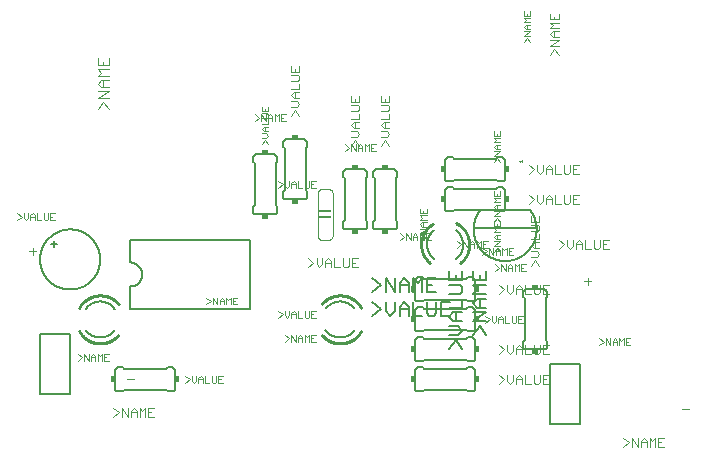
<source format=gto>
G75*
%MOIN*%
%OFA0B0*%
%FSLAX25Y25*%
%IPPOS*%
%LPD*%
%AMOC8*
5,1,8,0,0,1.08239X$1,22.5*
%
%ADD10C,0.00600*%
%ADD11C,0.00200*%
%ADD12C,0.00400*%
%ADD13R,0.04000X0.01000*%
%ADD14C,0.00300*%
%ADD15C,0.01000*%
%ADD16C,0.00500*%
%ADD17R,0.02000X0.01500*%
%ADD18R,0.01500X0.02000*%
%ADD19C,0.00100*%
D10*
X0054615Y0031627D02*
X0054615Y0037627D01*
X0054617Y0037687D01*
X0054622Y0037748D01*
X0054631Y0037807D01*
X0054644Y0037866D01*
X0054660Y0037925D01*
X0054680Y0037982D01*
X0054703Y0038037D01*
X0054730Y0038092D01*
X0054759Y0038144D01*
X0054792Y0038195D01*
X0054828Y0038244D01*
X0054866Y0038290D01*
X0054908Y0038334D01*
X0054952Y0038376D01*
X0054998Y0038414D01*
X0055047Y0038450D01*
X0055098Y0038483D01*
X0055150Y0038512D01*
X0055205Y0038539D01*
X0055260Y0038562D01*
X0055317Y0038582D01*
X0055376Y0038598D01*
X0055435Y0038611D01*
X0055494Y0038620D01*
X0055555Y0038625D01*
X0055615Y0038627D01*
X0057115Y0038627D01*
X0057615Y0038127D01*
X0071615Y0038127D01*
X0072115Y0038627D01*
X0073615Y0038627D01*
X0073675Y0038625D01*
X0073736Y0038620D01*
X0073795Y0038611D01*
X0073854Y0038598D01*
X0073913Y0038582D01*
X0073970Y0038562D01*
X0074025Y0038539D01*
X0074080Y0038512D01*
X0074132Y0038483D01*
X0074183Y0038450D01*
X0074232Y0038414D01*
X0074278Y0038376D01*
X0074322Y0038334D01*
X0074364Y0038290D01*
X0074402Y0038244D01*
X0074438Y0038195D01*
X0074471Y0038144D01*
X0074500Y0038092D01*
X0074527Y0038037D01*
X0074550Y0037982D01*
X0074570Y0037925D01*
X0074586Y0037866D01*
X0074599Y0037807D01*
X0074608Y0037748D01*
X0074613Y0037687D01*
X0074615Y0037627D01*
X0074615Y0031627D01*
X0074613Y0031567D01*
X0074608Y0031506D01*
X0074599Y0031447D01*
X0074586Y0031388D01*
X0074570Y0031329D01*
X0074550Y0031272D01*
X0074527Y0031217D01*
X0074500Y0031162D01*
X0074471Y0031110D01*
X0074438Y0031059D01*
X0074402Y0031010D01*
X0074364Y0030964D01*
X0074322Y0030920D01*
X0074278Y0030878D01*
X0074232Y0030840D01*
X0074183Y0030804D01*
X0074132Y0030771D01*
X0074080Y0030742D01*
X0074025Y0030715D01*
X0073970Y0030692D01*
X0073913Y0030672D01*
X0073854Y0030656D01*
X0073795Y0030643D01*
X0073736Y0030634D01*
X0073675Y0030629D01*
X0073615Y0030627D01*
X0072115Y0030627D01*
X0071615Y0031127D01*
X0057615Y0031127D01*
X0057115Y0030627D01*
X0055615Y0030627D01*
X0055555Y0030629D01*
X0055494Y0030634D01*
X0055435Y0030643D01*
X0055376Y0030656D01*
X0055317Y0030672D01*
X0055260Y0030692D01*
X0055205Y0030715D01*
X0055150Y0030742D01*
X0055098Y0030771D01*
X0055047Y0030804D01*
X0054998Y0030840D01*
X0054952Y0030878D01*
X0054908Y0030920D01*
X0054866Y0030964D01*
X0054828Y0031010D01*
X0054792Y0031059D01*
X0054759Y0031110D01*
X0054730Y0031162D01*
X0054703Y0031217D01*
X0054680Y0031272D01*
X0054660Y0031329D01*
X0054644Y0031388D01*
X0054631Y0031447D01*
X0054622Y0031506D01*
X0054617Y0031567D01*
X0054615Y0031627D01*
X0054617Y0031567D01*
X0054622Y0031506D01*
X0054631Y0031447D01*
X0054644Y0031388D01*
X0054660Y0031329D01*
X0054680Y0031272D01*
X0054703Y0031217D01*
X0054730Y0031162D01*
X0054759Y0031110D01*
X0054792Y0031059D01*
X0054828Y0031010D01*
X0054866Y0030964D01*
X0054908Y0030920D01*
X0054952Y0030878D01*
X0054998Y0030840D01*
X0055047Y0030804D01*
X0055098Y0030771D01*
X0055150Y0030742D01*
X0055205Y0030715D01*
X0055260Y0030692D01*
X0055317Y0030672D01*
X0055376Y0030656D01*
X0055435Y0030643D01*
X0055494Y0030634D01*
X0055555Y0030629D01*
X0055615Y0030627D01*
X0054615Y0037627D02*
X0054617Y0037687D01*
X0054622Y0037748D01*
X0054631Y0037807D01*
X0054644Y0037866D01*
X0054660Y0037925D01*
X0054680Y0037982D01*
X0054703Y0038037D01*
X0054730Y0038092D01*
X0054759Y0038144D01*
X0054792Y0038195D01*
X0054828Y0038244D01*
X0054866Y0038290D01*
X0054908Y0038334D01*
X0054952Y0038376D01*
X0054998Y0038414D01*
X0055047Y0038450D01*
X0055098Y0038483D01*
X0055150Y0038512D01*
X0055205Y0038539D01*
X0055260Y0038562D01*
X0055317Y0038582D01*
X0055376Y0038598D01*
X0055435Y0038611D01*
X0055494Y0038620D01*
X0055555Y0038625D01*
X0055615Y0038627D01*
X0073615Y0038627D02*
X0073675Y0038625D01*
X0073736Y0038620D01*
X0073795Y0038611D01*
X0073854Y0038598D01*
X0073913Y0038582D01*
X0073970Y0038562D01*
X0074025Y0038539D01*
X0074080Y0038512D01*
X0074132Y0038483D01*
X0074183Y0038450D01*
X0074232Y0038414D01*
X0074278Y0038376D01*
X0074322Y0038334D01*
X0074364Y0038290D01*
X0074402Y0038244D01*
X0074438Y0038195D01*
X0074471Y0038144D01*
X0074500Y0038092D01*
X0074527Y0038037D01*
X0074550Y0037982D01*
X0074570Y0037925D01*
X0074586Y0037866D01*
X0074599Y0037807D01*
X0074608Y0037748D01*
X0074613Y0037687D01*
X0074615Y0037627D01*
X0074615Y0031627D02*
X0074613Y0031567D01*
X0074608Y0031506D01*
X0074599Y0031447D01*
X0074586Y0031388D01*
X0074570Y0031329D01*
X0074550Y0031272D01*
X0074527Y0031217D01*
X0074500Y0031162D01*
X0074471Y0031110D01*
X0074438Y0031059D01*
X0074402Y0031010D01*
X0074364Y0030964D01*
X0074322Y0030920D01*
X0074278Y0030878D01*
X0074232Y0030840D01*
X0074183Y0030804D01*
X0074132Y0030771D01*
X0074080Y0030742D01*
X0074025Y0030715D01*
X0073970Y0030692D01*
X0073913Y0030672D01*
X0073854Y0030656D01*
X0073795Y0030643D01*
X0073736Y0030634D01*
X0073675Y0030629D01*
X0073615Y0030627D01*
X0049616Y0048627D02*
X0049464Y0048629D01*
X0049313Y0048635D01*
X0049162Y0048644D01*
X0049010Y0048658D01*
X0048860Y0048675D01*
X0048710Y0048696D01*
X0048560Y0048721D01*
X0048411Y0048749D01*
X0048263Y0048782D01*
X0048116Y0048818D01*
X0047969Y0048857D01*
X0047824Y0048901D01*
X0047680Y0048948D01*
X0047537Y0048999D01*
X0047396Y0049053D01*
X0047255Y0049111D01*
X0047117Y0049172D01*
X0046980Y0049237D01*
X0046844Y0049306D01*
X0046711Y0049377D01*
X0046579Y0049452D01*
X0046449Y0049531D01*
X0046322Y0049612D01*
X0046196Y0049697D01*
X0046072Y0049785D01*
X0045951Y0049876D01*
X0045832Y0049970D01*
X0045716Y0050068D01*
X0045602Y0050168D01*
X0045490Y0050270D01*
X0045382Y0050376D01*
X0045276Y0050484D01*
X0045172Y0050595D01*
X0045072Y0050709D01*
X0044974Y0050825D01*
X0044880Y0050944D01*
X0049615Y0060627D02*
X0049769Y0060625D01*
X0049923Y0060619D01*
X0050077Y0060609D01*
X0050231Y0060595D01*
X0050384Y0060578D01*
X0050536Y0060556D01*
X0050688Y0060530D01*
X0050840Y0060501D01*
X0050990Y0060467D01*
X0051140Y0060430D01*
X0051288Y0060389D01*
X0051436Y0060344D01*
X0051582Y0060295D01*
X0051727Y0060243D01*
X0051870Y0060187D01*
X0052013Y0060127D01*
X0052153Y0060064D01*
X0052292Y0059997D01*
X0052429Y0059926D01*
X0052564Y0059852D01*
X0052697Y0059775D01*
X0052829Y0059694D01*
X0052958Y0059610D01*
X0053085Y0059522D01*
X0053209Y0059431D01*
X0053331Y0059338D01*
X0053451Y0059240D01*
X0053568Y0059140D01*
X0053683Y0059037D01*
X0053795Y0058931D01*
X0053904Y0058823D01*
X0054010Y0058711D01*
X0054114Y0058597D01*
X0054214Y0058480D01*
X0054312Y0058361D01*
X0054406Y0058239D01*
X0054497Y0058114D01*
X0059615Y0058127D02*
X0059615Y0065627D01*
X0059741Y0065629D01*
X0059866Y0065635D01*
X0059991Y0065645D01*
X0060116Y0065659D01*
X0060241Y0065676D01*
X0060365Y0065698D01*
X0060488Y0065723D01*
X0060610Y0065753D01*
X0060731Y0065786D01*
X0060851Y0065823D01*
X0060970Y0065863D01*
X0061087Y0065908D01*
X0061204Y0065956D01*
X0061318Y0066008D01*
X0061431Y0066063D01*
X0061542Y0066122D01*
X0061651Y0066184D01*
X0061758Y0066250D01*
X0061863Y0066319D01*
X0061966Y0066391D01*
X0062067Y0066466D01*
X0062165Y0066545D01*
X0062260Y0066627D01*
X0062353Y0066711D01*
X0062443Y0066799D01*
X0062531Y0066889D01*
X0062615Y0066982D01*
X0062697Y0067077D01*
X0062776Y0067175D01*
X0062851Y0067276D01*
X0062923Y0067379D01*
X0062992Y0067484D01*
X0063058Y0067591D01*
X0063120Y0067700D01*
X0063179Y0067811D01*
X0063234Y0067924D01*
X0063286Y0068038D01*
X0063334Y0068155D01*
X0063379Y0068272D01*
X0063419Y0068391D01*
X0063456Y0068511D01*
X0063489Y0068632D01*
X0063519Y0068754D01*
X0063544Y0068877D01*
X0063566Y0069001D01*
X0063583Y0069126D01*
X0063597Y0069251D01*
X0063607Y0069376D01*
X0063613Y0069501D01*
X0063615Y0069627D01*
X0063613Y0069753D01*
X0063607Y0069878D01*
X0063597Y0070003D01*
X0063583Y0070128D01*
X0063566Y0070253D01*
X0063544Y0070377D01*
X0063519Y0070500D01*
X0063489Y0070622D01*
X0063456Y0070743D01*
X0063419Y0070863D01*
X0063379Y0070982D01*
X0063334Y0071099D01*
X0063286Y0071216D01*
X0063234Y0071330D01*
X0063179Y0071443D01*
X0063120Y0071554D01*
X0063058Y0071663D01*
X0062992Y0071770D01*
X0062923Y0071875D01*
X0062851Y0071978D01*
X0062776Y0072079D01*
X0062697Y0072177D01*
X0062615Y0072272D01*
X0062531Y0072365D01*
X0062443Y0072455D01*
X0062353Y0072543D01*
X0062260Y0072627D01*
X0062165Y0072709D01*
X0062067Y0072788D01*
X0061966Y0072863D01*
X0061863Y0072935D01*
X0061758Y0073004D01*
X0061651Y0073070D01*
X0061542Y0073132D01*
X0061431Y0073191D01*
X0061318Y0073246D01*
X0061204Y0073298D01*
X0061087Y0073346D01*
X0060970Y0073391D01*
X0060851Y0073431D01*
X0060731Y0073468D01*
X0060610Y0073501D01*
X0060488Y0073531D01*
X0060365Y0073556D01*
X0060241Y0073578D01*
X0060116Y0073595D01*
X0059991Y0073609D01*
X0059866Y0073619D01*
X0059741Y0073625D01*
X0059615Y0073627D01*
X0059615Y0081127D01*
X0099615Y0081127D01*
X0099615Y0058127D01*
X0059615Y0058127D01*
X0049615Y0060627D02*
X0049465Y0060625D01*
X0049314Y0060619D01*
X0049164Y0060610D01*
X0049015Y0060597D01*
X0048865Y0060580D01*
X0048716Y0060559D01*
X0048568Y0060535D01*
X0048420Y0060507D01*
X0048273Y0060475D01*
X0048127Y0060440D01*
X0047982Y0060400D01*
X0047838Y0060358D01*
X0047695Y0060311D01*
X0047553Y0060261D01*
X0047412Y0060208D01*
X0047273Y0060151D01*
X0047135Y0060091D01*
X0046999Y0060027D01*
X0046865Y0059960D01*
X0046732Y0059889D01*
X0046601Y0059815D01*
X0046472Y0059738D01*
X0046345Y0059657D01*
X0046220Y0059574D01*
X0046097Y0059487D01*
X0045976Y0059398D01*
X0045858Y0059305D01*
X0045742Y0059209D01*
X0045628Y0059111D01*
X0045517Y0059010D01*
X0045408Y0058905D01*
X0045303Y0058799D01*
X0045199Y0058689D01*
X0045099Y0058577D01*
X0045001Y0058463D01*
X0044907Y0058346D01*
X0044815Y0058227D01*
X0049615Y0048627D02*
X0049767Y0048629D01*
X0049918Y0048635D01*
X0050069Y0048644D01*
X0050221Y0048658D01*
X0050371Y0048675D01*
X0050521Y0048696D01*
X0050671Y0048721D01*
X0050820Y0048749D01*
X0050968Y0048782D01*
X0051115Y0048818D01*
X0051262Y0048857D01*
X0051407Y0048901D01*
X0051551Y0048948D01*
X0051694Y0048999D01*
X0051835Y0049053D01*
X0051976Y0049111D01*
X0052114Y0049172D01*
X0052251Y0049237D01*
X0052387Y0049306D01*
X0052520Y0049377D01*
X0052652Y0049452D01*
X0052782Y0049531D01*
X0052909Y0049612D01*
X0053035Y0049697D01*
X0053159Y0049785D01*
X0053280Y0049876D01*
X0053399Y0049970D01*
X0053515Y0050068D01*
X0053629Y0050168D01*
X0053741Y0050270D01*
X0053849Y0050376D01*
X0053955Y0050484D01*
X0054059Y0050595D01*
X0054159Y0050709D01*
X0054257Y0050825D01*
X0054351Y0050944D01*
X0029615Y0074627D02*
X0029618Y0074872D01*
X0029627Y0075118D01*
X0029642Y0075363D01*
X0029663Y0075607D01*
X0029690Y0075851D01*
X0029723Y0076094D01*
X0029762Y0076337D01*
X0029807Y0076578D01*
X0029858Y0076818D01*
X0029915Y0077057D01*
X0029977Y0077294D01*
X0030046Y0077530D01*
X0030120Y0077764D01*
X0030200Y0077996D01*
X0030285Y0078226D01*
X0030376Y0078454D01*
X0030473Y0078679D01*
X0030575Y0078903D01*
X0030683Y0079123D01*
X0030796Y0079341D01*
X0030914Y0079556D01*
X0031038Y0079768D01*
X0031166Y0079977D01*
X0031300Y0080183D01*
X0031439Y0080385D01*
X0031583Y0080584D01*
X0031732Y0080779D01*
X0031885Y0080971D01*
X0032043Y0081159D01*
X0032205Y0081343D01*
X0032373Y0081522D01*
X0032544Y0081698D01*
X0032720Y0081869D01*
X0032899Y0082037D01*
X0033083Y0082199D01*
X0033271Y0082357D01*
X0033463Y0082510D01*
X0033658Y0082659D01*
X0033857Y0082803D01*
X0034059Y0082942D01*
X0034265Y0083076D01*
X0034474Y0083204D01*
X0034686Y0083328D01*
X0034901Y0083446D01*
X0035119Y0083559D01*
X0035339Y0083667D01*
X0035563Y0083769D01*
X0035788Y0083866D01*
X0036016Y0083957D01*
X0036246Y0084042D01*
X0036478Y0084122D01*
X0036712Y0084196D01*
X0036948Y0084265D01*
X0037185Y0084327D01*
X0037424Y0084384D01*
X0037664Y0084435D01*
X0037905Y0084480D01*
X0038148Y0084519D01*
X0038391Y0084552D01*
X0038635Y0084579D01*
X0038879Y0084600D01*
X0039124Y0084615D01*
X0039370Y0084624D01*
X0039615Y0084627D01*
X0039860Y0084624D01*
X0040106Y0084615D01*
X0040351Y0084600D01*
X0040595Y0084579D01*
X0040839Y0084552D01*
X0041082Y0084519D01*
X0041325Y0084480D01*
X0041566Y0084435D01*
X0041806Y0084384D01*
X0042045Y0084327D01*
X0042282Y0084265D01*
X0042518Y0084196D01*
X0042752Y0084122D01*
X0042984Y0084042D01*
X0043214Y0083957D01*
X0043442Y0083866D01*
X0043667Y0083769D01*
X0043891Y0083667D01*
X0044111Y0083559D01*
X0044329Y0083446D01*
X0044544Y0083328D01*
X0044756Y0083204D01*
X0044965Y0083076D01*
X0045171Y0082942D01*
X0045373Y0082803D01*
X0045572Y0082659D01*
X0045767Y0082510D01*
X0045959Y0082357D01*
X0046147Y0082199D01*
X0046331Y0082037D01*
X0046510Y0081869D01*
X0046686Y0081698D01*
X0046857Y0081522D01*
X0047025Y0081343D01*
X0047187Y0081159D01*
X0047345Y0080971D01*
X0047498Y0080779D01*
X0047647Y0080584D01*
X0047791Y0080385D01*
X0047930Y0080183D01*
X0048064Y0079977D01*
X0048192Y0079768D01*
X0048316Y0079556D01*
X0048434Y0079341D01*
X0048547Y0079123D01*
X0048655Y0078903D01*
X0048757Y0078679D01*
X0048854Y0078454D01*
X0048945Y0078226D01*
X0049030Y0077996D01*
X0049110Y0077764D01*
X0049184Y0077530D01*
X0049253Y0077294D01*
X0049315Y0077057D01*
X0049372Y0076818D01*
X0049423Y0076578D01*
X0049468Y0076337D01*
X0049507Y0076094D01*
X0049540Y0075851D01*
X0049567Y0075607D01*
X0049588Y0075363D01*
X0049603Y0075118D01*
X0049612Y0074872D01*
X0049615Y0074627D01*
X0049612Y0074382D01*
X0049603Y0074136D01*
X0049588Y0073891D01*
X0049567Y0073647D01*
X0049540Y0073403D01*
X0049507Y0073160D01*
X0049468Y0072917D01*
X0049423Y0072676D01*
X0049372Y0072436D01*
X0049315Y0072197D01*
X0049253Y0071960D01*
X0049184Y0071724D01*
X0049110Y0071490D01*
X0049030Y0071258D01*
X0048945Y0071028D01*
X0048854Y0070800D01*
X0048757Y0070575D01*
X0048655Y0070351D01*
X0048547Y0070131D01*
X0048434Y0069913D01*
X0048316Y0069698D01*
X0048192Y0069486D01*
X0048064Y0069277D01*
X0047930Y0069071D01*
X0047791Y0068869D01*
X0047647Y0068670D01*
X0047498Y0068475D01*
X0047345Y0068283D01*
X0047187Y0068095D01*
X0047025Y0067911D01*
X0046857Y0067732D01*
X0046686Y0067556D01*
X0046510Y0067385D01*
X0046331Y0067217D01*
X0046147Y0067055D01*
X0045959Y0066897D01*
X0045767Y0066744D01*
X0045572Y0066595D01*
X0045373Y0066451D01*
X0045171Y0066312D01*
X0044965Y0066178D01*
X0044756Y0066050D01*
X0044544Y0065926D01*
X0044329Y0065808D01*
X0044111Y0065695D01*
X0043891Y0065587D01*
X0043667Y0065485D01*
X0043442Y0065388D01*
X0043214Y0065297D01*
X0042984Y0065212D01*
X0042752Y0065132D01*
X0042518Y0065058D01*
X0042282Y0064989D01*
X0042045Y0064927D01*
X0041806Y0064870D01*
X0041566Y0064819D01*
X0041325Y0064774D01*
X0041082Y0064735D01*
X0040839Y0064702D01*
X0040595Y0064675D01*
X0040351Y0064654D01*
X0040106Y0064639D01*
X0039860Y0064630D01*
X0039615Y0064627D01*
X0039370Y0064630D01*
X0039124Y0064639D01*
X0038879Y0064654D01*
X0038635Y0064675D01*
X0038391Y0064702D01*
X0038148Y0064735D01*
X0037905Y0064774D01*
X0037664Y0064819D01*
X0037424Y0064870D01*
X0037185Y0064927D01*
X0036948Y0064989D01*
X0036712Y0065058D01*
X0036478Y0065132D01*
X0036246Y0065212D01*
X0036016Y0065297D01*
X0035788Y0065388D01*
X0035563Y0065485D01*
X0035339Y0065587D01*
X0035119Y0065695D01*
X0034901Y0065808D01*
X0034686Y0065926D01*
X0034474Y0066050D01*
X0034265Y0066178D01*
X0034059Y0066312D01*
X0033857Y0066451D01*
X0033658Y0066595D01*
X0033463Y0066744D01*
X0033271Y0066897D01*
X0033083Y0067055D01*
X0032899Y0067217D01*
X0032720Y0067385D01*
X0032544Y0067556D01*
X0032373Y0067732D01*
X0032205Y0067911D01*
X0032043Y0068095D01*
X0031885Y0068283D01*
X0031732Y0068475D01*
X0031583Y0068670D01*
X0031439Y0068869D01*
X0031300Y0069071D01*
X0031166Y0069277D01*
X0031038Y0069486D01*
X0030914Y0069698D01*
X0030796Y0069913D01*
X0030683Y0070131D01*
X0030575Y0070351D01*
X0030473Y0070575D01*
X0030376Y0070800D01*
X0030285Y0071028D01*
X0030200Y0071258D01*
X0030120Y0071490D01*
X0030046Y0071724D01*
X0029977Y0071960D01*
X0029915Y0072197D01*
X0029858Y0072436D01*
X0029807Y0072676D01*
X0029762Y0072917D01*
X0029723Y0073160D01*
X0029690Y0073403D01*
X0029663Y0073647D01*
X0029642Y0073891D01*
X0029627Y0074136D01*
X0029618Y0074382D01*
X0029615Y0074627D01*
X0034115Y0078627D02*
X0034115Y0079627D01*
X0034115Y0080627D01*
X0034115Y0079627D02*
X0035115Y0079627D01*
X0034115Y0079627D02*
X0033115Y0079627D01*
X0100615Y0090627D02*
X0100615Y0092127D01*
X0101115Y0092627D01*
X0101115Y0106627D01*
X0100615Y0107127D01*
X0100615Y0108627D01*
X0100617Y0108687D01*
X0100622Y0108748D01*
X0100631Y0108807D01*
X0100644Y0108866D01*
X0100660Y0108925D01*
X0100680Y0108982D01*
X0100703Y0109037D01*
X0100730Y0109092D01*
X0100759Y0109144D01*
X0100792Y0109195D01*
X0100828Y0109244D01*
X0100866Y0109290D01*
X0100908Y0109334D01*
X0100952Y0109376D01*
X0100998Y0109414D01*
X0101047Y0109450D01*
X0101098Y0109483D01*
X0101150Y0109512D01*
X0101205Y0109539D01*
X0101260Y0109562D01*
X0101317Y0109582D01*
X0101376Y0109598D01*
X0101435Y0109611D01*
X0101494Y0109620D01*
X0101555Y0109625D01*
X0101615Y0109627D01*
X0107615Y0109627D01*
X0107675Y0109625D01*
X0107736Y0109620D01*
X0107795Y0109611D01*
X0107854Y0109598D01*
X0107913Y0109582D01*
X0107970Y0109562D01*
X0108025Y0109539D01*
X0108080Y0109512D01*
X0108132Y0109483D01*
X0108183Y0109450D01*
X0108232Y0109414D01*
X0108278Y0109376D01*
X0108322Y0109334D01*
X0108364Y0109290D01*
X0108402Y0109244D01*
X0108438Y0109195D01*
X0108471Y0109144D01*
X0108500Y0109092D01*
X0108527Y0109037D01*
X0108550Y0108982D01*
X0108570Y0108925D01*
X0108586Y0108866D01*
X0108599Y0108807D01*
X0108608Y0108748D01*
X0108613Y0108687D01*
X0108615Y0108627D01*
X0108615Y0107127D01*
X0108115Y0106627D01*
X0108115Y0092627D01*
X0108615Y0092127D01*
X0108615Y0090627D01*
X0108613Y0090567D01*
X0108608Y0090506D01*
X0108599Y0090447D01*
X0108586Y0090388D01*
X0108570Y0090329D01*
X0108550Y0090272D01*
X0108527Y0090217D01*
X0108500Y0090162D01*
X0108471Y0090110D01*
X0108438Y0090059D01*
X0108402Y0090010D01*
X0108364Y0089964D01*
X0108322Y0089920D01*
X0108278Y0089878D01*
X0108232Y0089840D01*
X0108183Y0089804D01*
X0108132Y0089771D01*
X0108080Y0089742D01*
X0108025Y0089715D01*
X0107970Y0089692D01*
X0107913Y0089672D01*
X0107854Y0089656D01*
X0107795Y0089643D01*
X0107736Y0089634D01*
X0107675Y0089629D01*
X0107615Y0089627D01*
X0101615Y0089627D01*
X0101555Y0089629D01*
X0101494Y0089634D01*
X0101435Y0089643D01*
X0101376Y0089656D01*
X0101317Y0089672D01*
X0101260Y0089692D01*
X0101205Y0089715D01*
X0101150Y0089742D01*
X0101098Y0089771D01*
X0101047Y0089804D01*
X0100998Y0089840D01*
X0100952Y0089878D01*
X0100908Y0089920D01*
X0100866Y0089964D01*
X0100828Y0090010D01*
X0100792Y0090059D01*
X0100759Y0090110D01*
X0100730Y0090162D01*
X0100703Y0090217D01*
X0100680Y0090272D01*
X0100660Y0090329D01*
X0100644Y0090388D01*
X0100631Y0090447D01*
X0100622Y0090506D01*
X0100617Y0090567D01*
X0100615Y0090627D01*
X0100617Y0090567D01*
X0100622Y0090506D01*
X0100631Y0090447D01*
X0100644Y0090388D01*
X0100660Y0090329D01*
X0100680Y0090272D01*
X0100703Y0090217D01*
X0100730Y0090162D01*
X0100759Y0090110D01*
X0100792Y0090059D01*
X0100828Y0090010D01*
X0100866Y0089964D01*
X0100908Y0089920D01*
X0100952Y0089878D01*
X0100998Y0089840D01*
X0101047Y0089804D01*
X0101098Y0089771D01*
X0101150Y0089742D01*
X0101205Y0089715D01*
X0101260Y0089692D01*
X0101317Y0089672D01*
X0101376Y0089656D01*
X0101435Y0089643D01*
X0101494Y0089634D01*
X0101555Y0089629D01*
X0101615Y0089627D01*
X0107615Y0089627D02*
X0107675Y0089629D01*
X0107736Y0089634D01*
X0107795Y0089643D01*
X0107854Y0089656D01*
X0107913Y0089672D01*
X0107970Y0089692D01*
X0108025Y0089715D01*
X0108080Y0089742D01*
X0108132Y0089771D01*
X0108183Y0089804D01*
X0108232Y0089840D01*
X0108278Y0089878D01*
X0108322Y0089920D01*
X0108364Y0089964D01*
X0108402Y0090010D01*
X0108438Y0090059D01*
X0108471Y0090110D01*
X0108500Y0090162D01*
X0108527Y0090217D01*
X0108550Y0090272D01*
X0108570Y0090329D01*
X0108586Y0090388D01*
X0108599Y0090447D01*
X0108608Y0090506D01*
X0108613Y0090567D01*
X0108615Y0090627D01*
X0111615Y0094627D02*
X0117615Y0094627D01*
X0117675Y0094629D01*
X0117736Y0094634D01*
X0117795Y0094643D01*
X0117854Y0094656D01*
X0117913Y0094672D01*
X0117970Y0094692D01*
X0118025Y0094715D01*
X0118080Y0094742D01*
X0118132Y0094771D01*
X0118183Y0094804D01*
X0118232Y0094840D01*
X0118278Y0094878D01*
X0118322Y0094920D01*
X0118364Y0094964D01*
X0118402Y0095010D01*
X0118438Y0095059D01*
X0118471Y0095110D01*
X0118500Y0095162D01*
X0118527Y0095217D01*
X0118550Y0095272D01*
X0118570Y0095329D01*
X0118586Y0095388D01*
X0118599Y0095447D01*
X0118608Y0095506D01*
X0118613Y0095567D01*
X0118615Y0095627D01*
X0118615Y0097127D01*
X0118115Y0097627D01*
X0118115Y0111627D01*
X0118615Y0112127D01*
X0118615Y0113627D01*
X0118613Y0113687D01*
X0118608Y0113748D01*
X0118599Y0113807D01*
X0118586Y0113866D01*
X0118570Y0113925D01*
X0118550Y0113982D01*
X0118527Y0114037D01*
X0118500Y0114092D01*
X0118471Y0114144D01*
X0118438Y0114195D01*
X0118402Y0114244D01*
X0118364Y0114290D01*
X0118322Y0114334D01*
X0118278Y0114376D01*
X0118232Y0114414D01*
X0118183Y0114450D01*
X0118132Y0114483D01*
X0118080Y0114512D01*
X0118025Y0114539D01*
X0117970Y0114562D01*
X0117913Y0114582D01*
X0117854Y0114598D01*
X0117795Y0114611D01*
X0117736Y0114620D01*
X0117675Y0114625D01*
X0117615Y0114627D01*
X0111615Y0114627D01*
X0111555Y0114625D01*
X0111494Y0114620D01*
X0111435Y0114611D01*
X0111376Y0114598D01*
X0111317Y0114582D01*
X0111260Y0114562D01*
X0111205Y0114539D01*
X0111150Y0114512D01*
X0111098Y0114483D01*
X0111047Y0114450D01*
X0110998Y0114414D01*
X0110952Y0114376D01*
X0110908Y0114334D01*
X0110866Y0114290D01*
X0110828Y0114244D01*
X0110792Y0114195D01*
X0110759Y0114144D01*
X0110730Y0114092D01*
X0110703Y0114037D01*
X0110680Y0113982D01*
X0110660Y0113925D01*
X0110644Y0113866D01*
X0110631Y0113807D01*
X0110622Y0113748D01*
X0110617Y0113687D01*
X0110615Y0113627D01*
X0110615Y0112127D01*
X0111115Y0111627D01*
X0111115Y0097627D01*
X0110615Y0097127D01*
X0110615Y0095627D01*
X0110617Y0095567D01*
X0110622Y0095506D01*
X0110631Y0095447D01*
X0110644Y0095388D01*
X0110660Y0095329D01*
X0110680Y0095272D01*
X0110703Y0095217D01*
X0110730Y0095162D01*
X0110759Y0095110D01*
X0110792Y0095059D01*
X0110828Y0095010D01*
X0110866Y0094964D01*
X0110908Y0094920D01*
X0110952Y0094878D01*
X0110998Y0094840D01*
X0111047Y0094804D01*
X0111098Y0094771D01*
X0111150Y0094742D01*
X0111205Y0094715D01*
X0111260Y0094692D01*
X0111317Y0094672D01*
X0111376Y0094656D01*
X0111435Y0094643D01*
X0111494Y0094634D01*
X0111555Y0094629D01*
X0111615Y0094627D01*
X0111555Y0094629D01*
X0111494Y0094634D01*
X0111435Y0094643D01*
X0111376Y0094656D01*
X0111317Y0094672D01*
X0111260Y0094692D01*
X0111205Y0094715D01*
X0111150Y0094742D01*
X0111098Y0094771D01*
X0111047Y0094804D01*
X0110998Y0094840D01*
X0110952Y0094878D01*
X0110908Y0094920D01*
X0110866Y0094964D01*
X0110828Y0095010D01*
X0110792Y0095059D01*
X0110759Y0095110D01*
X0110730Y0095162D01*
X0110703Y0095217D01*
X0110680Y0095272D01*
X0110660Y0095329D01*
X0110644Y0095388D01*
X0110631Y0095447D01*
X0110622Y0095506D01*
X0110617Y0095567D01*
X0110615Y0095627D01*
X0117615Y0094627D02*
X0117675Y0094629D01*
X0117736Y0094634D01*
X0117795Y0094643D01*
X0117854Y0094656D01*
X0117913Y0094672D01*
X0117970Y0094692D01*
X0118025Y0094715D01*
X0118080Y0094742D01*
X0118132Y0094771D01*
X0118183Y0094804D01*
X0118232Y0094840D01*
X0118278Y0094878D01*
X0118322Y0094920D01*
X0118364Y0094964D01*
X0118402Y0095010D01*
X0118438Y0095059D01*
X0118471Y0095110D01*
X0118500Y0095162D01*
X0118527Y0095217D01*
X0118550Y0095272D01*
X0118570Y0095329D01*
X0118586Y0095388D01*
X0118599Y0095447D01*
X0118608Y0095506D01*
X0118613Y0095567D01*
X0118615Y0095627D01*
X0130615Y0102127D02*
X0130615Y0103627D01*
X0130617Y0103687D01*
X0130622Y0103748D01*
X0130631Y0103807D01*
X0130644Y0103866D01*
X0130660Y0103925D01*
X0130680Y0103982D01*
X0130703Y0104037D01*
X0130730Y0104092D01*
X0130759Y0104144D01*
X0130792Y0104195D01*
X0130828Y0104244D01*
X0130866Y0104290D01*
X0130908Y0104334D01*
X0130952Y0104376D01*
X0130998Y0104414D01*
X0131047Y0104450D01*
X0131098Y0104483D01*
X0131150Y0104512D01*
X0131205Y0104539D01*
X0131260Y0104562D01*
X0131317Y0104582D01*
X0131376Y0104598D01*
X0131435Y0104611D01*
X0131494Y0104620D01*
X0131555Y0104625D01*
X0131615Y0104627D01*
X0137615Y0104627D01*
X0137675Y0104625D01*
X0137736Y0104620D01*
X0137795Y0104611D01*
X0137854Y0104598D01*
X0137913Y0104582D01*
X0137970Y0104562D01*
X0138025Y0104539D01*
X0138080Y0104512D01*
X0138132Y0104483D01*
X0138183Y0104450D01*
X0138232Y0104414D01*
X0138278Y0104376D01*
X0138322Y0104334D01*
X0138364Y0104290D01*
X0138402Y0104244D01*
X0138438Y0104195D01*
X0138471Y0104144D01*
X0138500Y0104092D01*
X0138527Y0104037D01*
X0138550Y0103982D01*
X0138570Y0103925D01*
X0138586Y0103866D01*
X0138599Y0103807D01*
X0138608Y0103748D01*
X0138613Y0103687D01*
X0138615Y0103627D01*
X0138615Y0102127D01*
X0138115Y0101627D01*
X0138115Y0087627D01*
X0138615Y0087127D01*
X0138615Y0085627D01*
X0138613Y0085567D01*
X0138608Y0085506D01*
X0138599Y0085447D01*
X0138586Y0085388D01*
X0138570Y0085329D01*
X0138550Y0085272D01*
X0138527Y0085217D01*
X0138500Y0085162D01*
X0138471Y0085110D01*
X0138438Y0085059D01*
X0138402Y0085010D01*
X0138364Y0084964D01*
X0138322Y0084920D01*
X0138278Y0084878D01*
X0138232Y0084840D01*
X0138183Y0084804D01*
X0138132Y0084771D01*
X0138080Y0084742D01*
X0138025Y0084715D01*
X0137970Y0084692D01*
X0137913Y0084672D01*
X0137854Y0084656D01*
X0137795Y0084643D01*
X0137736Y0084634D01*
X0137675Y0084629D01*
X0137615Y0084627D01*
X0131615Y0084627D01*
X0131555Y0084629D01*
X0131494Y0084634D01*
X0131435Y0084643D01*
X0131376Y0084656D01*
X0131317Y0084672D01*
X0131260Y0084692D01*
X0131205Y0084715D01*
X0131150Y0084742D01*
X0131098Y0084771D01*
X0131047Y0084804D01*
X0130998Y0084840D01*
X0130952Y0084878D01*
X0130908Y0084920D01*
X0130866Y0084964D01*
X0130828Y0085010D01*
X0130792Y0085059D01*
X0130759Y0085110D01*
X0130730Y0085162D01*
X0130703Y0085217D01*
X0130680Y0085272D01*
X0130660Y0085329D01*
X0130644Y0085388D01*
X0130631Y0085447D01*
X0130622Y0085506D01*
X0130617Y0085567D01*
X0130615Y0085627D01*
X0130615Y0087127D01*
X0131115Y0087627D01*
X0131115Y0101627D01*
X0130615Y0102127D01*
X0130615Y0103627D02*
X0130617Y0103687D01*
X0130622Y0103748D01*
X0130631Y0103807D01*
X0130644Y0103866D01*
X0130660Y0103925D01*
X0130680Y0103982D01*
X0130703Y0104037D01*
X0130730Y0104092D01*
X0130759Y0104144D01*
X0130792Y0104195D01*
X0130828Y0104244D01*
X0130866Y0104290D01*
X0130908Y0104334D01*
X0130952Y0104376D01*
X0130998Y0104414D01*
X0131047Y0104450D01*
X0131098Y0104483D01*
X0131150Y0104512D01*
X0131205Y0104539D01*
X0131260Y0104562D01*
X0131317Y0104582D01*
X0131376Y0104598D01*
X0131435Y0104611D01*
X0131494Y0104620D01*
X0131555Y0104625D01*
X0131615Y0104627D01*
X0137615Y0104627D02*
X0137675Y0104625D01*
X0137736Y0104620D01*
X0137795Y0104611D01*
X0137854Y0104598D01*
X0137913Y0104582D01*
X0137970Y0104562D01*
X0138025Y0104539D01*
X0138080Y0104512D01*
X0138132Y0104483D01*
X0138183Y0104450D01*
X0138232Y0104414D01*
X0138278Y0104376D01*
X0138322Y0104334D01*
X0138364Y0104290D01*
X0138402Y0104244D01*
X0138438Y0104195D01*
X0138471Y0104144D01*
X0138500Y0104092D01*
X0138527Y0104037D01*
X0138550Y0103982D01*
X0138570Y0103925D01*
X0138586Y0103866D01*
X0138599Y0103807D01*
X0138608Y0103748D01*
X0138613Y0103687D01*
X0138615Y0103627D01*
X0140615Y0103627D02*
X0140615Y0102127D01*
X0141115Y0101627D01*
X0141115Y0087627D01*
X0140615Y0087127D01*
X0140615Y0085627D01*
X0140617Y0085567D01*
X0140622Y0085506D01*
X0140631Y0085447D01*
X0140644Y0085388D01*
X0140660Y0085329D01*
X0140680Y0085272D01*
X0140703Y0085217D01*
X0140730Y0085162D01*
X0140759Y0085110D01*
X0140792Y0085059D01*
X0140828Y0085010D01*
X0140866Y0084964D01*
X0140908Y0084920D01*
X0140952Y0084878D01*
X0140998Y0084840D01*
X0141047Y0084804D01*
X0141098Y0084771D01*
X0141150Y0084742D01*
X0141205Y0084715D01*
X0141260Y0084692D01*
X0141317Y0084672D01*
X0141376Y0084656D01*
X0141435Y0084643D01*
X0141494Y0084634D01*
X0141555Y0084629D01*
X0141615Y0084627D01*
X0147615Y0084627D01*
X0147675Y0084629D01*
X0147736Y0084634D01*
X0147795Y0084643D01*
X0147854Y0084656D01*
X0147913Y0084672D01*
X0147970Y0084692D01*
X0148025Y0084715D01*
X0148080Y0084742D01*
X0148132Y0084771D01*
X0148183Y0084804D01*
X0148232Y0084840D01*
X0148278Y0084878D01*
X0148322Y0084920D01*
X0148364Y0084964D01*
X0148402Y0085010D01*
X0148438Y0085059D01*
X0148471Y0085110D01*
X0148500Y0085162D01*
X0148527Y0085217D01*
X0148550Y0085272D01*
X0148570Y0085329D01*
X0148586Y0085388D01*
X0148599Y0085447D01*
X0148608Y0085506D01*
X0148613Y0085567D01*
X0148615Y0085627D01*
X0148615Y0087127D01*
X0148115Y0087627D01*
X0148115Y0101627D01*
X0148615Y0102127D01*
X0148615Y0103627D01*
X0148613Y0103687D01*
X0148608Y0103748D01*
X0148599Y0103807D01*
X0148586Y0103866D01*
X0148570Y0103925D01*
X0148550Y0103982D01*
X0148527Y0104037D01*
X0148500Y0104092D01*
X0148471Y0104144D01*
X0148438Y0104195D01*
X0148402Y0104244D01*
X0148364Y0104290D01*
X0148322Y0104334D01*
X0148278Y0104376D01*
X0148232Y0104414D01*
X0148183Y0104450D01*
X0148132Y0104483D01*
X0148080Y0104512D01*
X0148025Y0104539D01*
X0147970Y0104562D01*
X0147913Y0104582D01*
X0147854Y0104598D01*
X0147795Y0104611D01*
X0147736Y0104620D01*
X0147675Y0104625D01*
X0147615Y0104627D01*
X0141615Y0104627D01*
X0141555Y0104625D01*
X0141494Y0104620D01*
X0141435Y0104611D01*
X0141376Y0104598D01*
X0141317Y0104582D01*
X0141260Y0104562D01*
X0141205Y0104539D01*
X0141150Y0104512D01*
X0141098Y0104483D01*
X0141047Y0104450D01*
X0140998Y0104414D01*
X0140952Y0104376D01*
X0140908Y0104334D01*
X0140866Y0104290D01*
X0140828Y0104244D01*
X0140792Y0104195D01*
X0140759Y0104144D01*
X0140730Y0104092D01*
X0140703Y0104037D01*
X0140680Y0103982D01*
X0140660Y0103925D01*
X0140644Y0103866D01*
X0140631Y0103807D01*
X0140622Y0103748D01*
X0140617Y0103687D01*
X0140615Y0103627D01*
X0140617Y0103687D01*
X0140622Y0103748D01*
X0140631Y0103807D01*
X0140644Y0103866D01*
X0140660Y0103925D01*
X0140680Y0103982D01*
X0140703Y0104037D01*
X0140730Y0104092D01*
X0140759Y0104144D01*
X0140792Y0104195D01*
X0140828Y0104244D01*
X0140866Y0104290D01*
X0140908Y0104334D01*
X0140952Y0104376D01*
X0140998Y0104414D01*
X0141047Y0104450D01*
X0141098Y0104483D01*
X0141150Y0104512D01*
X0141205Y0104539D01*
X0141260Y0104562D01*
X0141317Y0104582D01*
X0141376Y0104598D01*
X0141435Y0104611D01*
X0141494Y0104620D01*
X0141555Y0104625D01*
X0141615Y0104627D01*
X0147615Y0104627D02*
X0147675Y0104625D01*
X0147736Y0104620D01*
X0147795Y0104611D01*
X0147854Y0104598D01*
X0147913Y0104582D01*
X0147970Y0104562D01*
X0148025Y0104539D01*
X0148080Y0104512D01*
X0148132Y0104483D01*
X0148183Y0104450D01*
X0148232Y0104414D01*
X0148278Y0104376D01*
X0148322Y0104334D01*
X0148364Y0104290D01*
X0148402Y0104244D01*
X0148438Y0104195D01*
X0148471Y0104144D01*
X0148500Y0104092D01*
X0148527Y0104037D01*
X0148550Y0103982D01*
X0148570Y0103925D01*
X0148586Y0103866D01*
X0148599Y0103807D01*
X0148608Y0103748D01*
X0148613Y0103687D01*
X0148615Y0103627D01*
X0164615Y0101627D02*
X0164615Y0107627D01*
X0164617Y0107687D01*
X0164622Y0107748D01*
X0164631Y0107807D01*
X0164644Y0107866D01*
X0164660Y0107925D01*
X0164680Y0107982D01*
X0164703Y0108037D01*
X0164730Y0108092D01*
X0164759Y0108144D01*
X0164792Y0108195D01*
X0164828Y0108244D01*
X0164866Y0108290D01*
X0164908Y0108334D01*
X0164952Y0108376D01*
X0164998Y0108414D01*
X0165047Y0108450D01*
X0165098Y0108483D01*
X0165150Y0108512D01*
X0165205Y0108539D01*
X0165260Y0108562D01*
X0165317Y0108582D01*
X0165376Y0108598D01*
X0165435Y0108611D01*
X0165494Y0108620D01*
X0165555Y0108625D01*
X0165615Y0108627D01*
X0167115Y0108627D01*
X0167615Y0108127D01*
X0181615Y0108127D01*
X0182115Y0108627D01*
X0183615Y0108627D01*
X0183675Y0108625D01*
X0183736Y0108620D01*
X0183795Y0108611D01*
X0183854Y0108598D01*
X0183913Y0108582D01*
X0183970Y0108562D01*
X0184025Y0108539D01*
X0184080Y0108512D01*
X0184132Y0108483D01*
X0184183Y0108450D01*
X0184232Y0108414D01*
X0184278Y0108376D01*
X0184322Y0108334D01*
X0184364Y0108290D01*
X0184402Y0108244D01*
X0184438Y0108195D01*
X0184471Y0108144D01*
X0184500Y0108092D01*
X0184527Y0108037D01*
X0184550Y0107982D01*
X0184570Y0107925D01*
X0184586Y0107866D01*
X0184599Y0107807D01*
X0184608Y0107748D01*
X0184613Y0107687D01*
X0184615Y0107627D01*
X0184615Y0101627D01*
X0184613Y0101567D01*
X0184608Y0101506D01*
X0184599Y0101447D01*
X0184586Y0101388D01*
X0184570Y0101329D01*
X0184550Y0101272D01*
X0184527Y0101217D01*
X0184500Y0101162D01*
X0184471Y0101110D01*
X0184438Y0101059D01*
X0184402Y0101010D01*
X0184364Y0100964D01*
X0184322Y0100920D01*
X0184278Y0100878D01*
X0184232Y0100840D01*
X0184183Y0100804D01*
X0184132Y0100771D01*
X0184080Y0100742D01*
X0184025Y0100715D01*
X0183970Y0100692D01*
X0183913Y0100672D01*
X0183854Y0100656D01*
X0183795Y0100643D01*
X0183736Y0100634D01*
X0183675Y0100629D01*
X0183615Y0100627D01*
X0182115Y0100627D01*
X0181615Y0101127D01*
X0167615Y0101127D01*
X0167115Y0100627D01*
X0165615Y0100627D01*
X0165555Y0100629D01*
X0165494Y0100634D01*
X0165435Y0100643D01*
X0165376Y0100656D01*
X0165317Y0100672D01*
X0165260Y0100692D01*
X0165205Y0100715D01*
X0165150Y0100742D01*
X0165098Y0100771D01*
X0165047Y0100804D01*
X0164998Y0100840D01*
X0164952Y0100878D01*
X0164908Y0100920D01*
X0164866Y0100964D01*
X0164828Y0101010D01*
X0164792Y0101059D01*
X0164759Y0101110D01*
X0164730Y0101162D01*
X0164703Y0101217D01*
X0164680Y0101272D01*
X0164660Y0101329D01*
X0164644Y0101388D01*
X0164631Y0101447D01*
X0164622Y0101506D01*
X0164617Y0101567D01*
X0164615Y0101627D01*
X0164617Y0101567D01*
X0164622Y0101506D01*
X0164631Y0101447D01*
X0164644Y0101388D01*
X0164660Y0101329D01*
X0164680Y0101272D01*
X0164703Y0101217D01*
X0164730Y0101162D01*
X0164759Y0101110D01*
X0164792Y0101059D01*
X0164828Y0101010D01*
X0164866Y0100964D01*
X0164908Y0100920D01*
X0164952Y0100878D01*
X0164998Y0100840D01*
X0165047Y0100804D01*
X0165098Y0100771D01*
X0165150Y0100742D01*
X0165205Y0100715D01*
X0165260Y0100692D01*
X0165317Y0100672D01*
X0165376Y0100656D01*
X0165435Y0100643D01*
X0165494Y0100634D01*
X0165555Y0100629D01*
X0165615Y0100627D01*
X0165615Y0098627D02*
X0167115Y0098627D01*
X0167615Y0098127D01*
X0181615Y0098127D01*
X0182115Y0098627D01*
X0183615Y0098627D01*
X0183675Y0098625D01*
X0183736Y0098620D01*
X0183795Y0098611D01*
X0183854Y0098598D01*
X0183913Y0098582D01*
X0183970Y0098562D01*
X0184025Y0098539D01*
X0184080Y0098512D01*
X0184132Y0098483D01*
X0184183Y0098450D01*
X0184232Y0098414D01*
X0184278Y0098376D01*
X0184322Y0098334D01*
X0184364Y0098290D01*
X0184402Y0098244D01*
X0184438Y0098195D01*
X0184471Y0098144D01*
X0184500Y0098092D01*
X0184527Y0098037D01*
X0184550Y0097982D01*
X0184570Y0097925D01*
X0184586Y0097866D01*
X0184599Y0097807D01*
X0184608Y0097748D01*
X0184613Y0097687D01*
X0184615Y0097627D01*
X0184615Y0091627D01*
X0184613Y0091567D01*
X0184608Y0091506D01*
X0184599Y0091447D01*
X0184586Y0091388D01*
X0184570Y0091329D01*
X0184550Y0091272D01*
X0184527Y0091217D01*
X0184500Y0091162D01*
X0184471Y0091110D01*
X0184438Y0091059D01*
X0184402Y0091010D01*
X0184364Y0090964D01*
X0184322Y0090920D01*
X0184278Y0090878D01*
X0184232Y0090840D01*
X0184183Y0090804D01*
X0184132Y0090771D01*
X0184080Y0090742D01*
X0184025Y0090715D01*
X0183970Y0090692D01*
X0183913Y0090672D01*
X0183854Y0090656D01*
X0183795Y0090643D01*
X0183736Y0090634D01*
X0183675Y0090629D01*
X0183615Y0090627D01*
X0182115Y0090627D01*
X0181615Y0091127D01*
X0167615Y0091127D01*
X0167115Y0090627D01*
X0165615Y0090627D01*
X0165555Y0090629D01*
X0165494Y0090634D01*
X0165435Y0090643D01*
X0165376Y0090656D01*
X0165317Y0090672D01*
X0165260Y0090692D01*
X0165205Y0090715D01*
X0165150Y0090742D01*
X0165098Y0090771D01*
X0165047Y0090804D01*
X0164998Y0090840D01*
X0164952Y0090878D01*
X0164908Y0090920D01*
X0164866Y0090964D01*
X0164828Y0091010D01*
X0164792Y0091059D01*
X0164759Y0091110D01*
X0164730Y0091162D01*
X0164703Y0091217D01*
X0164680Y0091272D01*
X0164660Y0091329D01*
X0164644Y0091388D01*
X0164631Y0091447D01*
X0164622Y0091506D01*
X0164617Y0091567D01*
X0164615Y0091627D01*
X0164615Y0097627D01*
X0164617Y0097687D01*
X0164622Y0097748D01*
X0164631Y0097807D01*
X0164644Y0097866D01*
X0164660Y0097925D01*
X0164680Y0097982D01*
X0164703Y0098037D01*
X0164730Y0098092D01*
X0164759Y0098144D01*
X0164792Y0098195D01*
X0164828Y0098244D01*
X0164866Y0098290D01*
X0164908Y0098334D01*
X0164952Y0098376D01*
X0164998Y0098414D01*
X0165047Y0098450D01*
X0165098Y0098483D01*
X0165150Y0098512D01*
X0165205Y0098539D01*
X0165260Y0098562D01*
X0165317Y0098582D01*
X0165376Y0098598D01*
X0165435Y0098611D01*
X0165494Y0098620D01*
X0165555Y0098625D01*
X0165615Y0098627D01*
X0165555Y0098625D01*
X0165494Y0098620D01*
X0165435Y0098611D01*
X0165376Y0098598D01*
X0165317Y0098582D01*
X0165260Y0098562D01*
X0165205Y0098539D01*
X0165150Y0098512D01*
X0165098Y0098483D01*
X0165047Y0098450D01*
X0164998Y0098414D01*
X0164952Y0098376D01*
X0164908Y0098334D01*
X0164866Y0098290D01*
X0164828Y0098244D01*
X0164792Y0098195D01*
X0164759Y0098144D01*
X0164730Y0098092D01*
X0164703Y0098037D01*
X0164680Y0097982D01*
X0164660Y0097925D01*
X0164644Y0097866D01*
X0164631Y0097807D01*
X0164622Y0097748D01*
X0164617Y0097687D01*
X0164615Y0097627D01*
X0164615Y0091627D02*
X0164617Y0091567D01*
X0164622Y0091506D01*
X0164631Y0091447D01*
X0164644Y0091388D01*
X0164660Y0091329D01*
X0164680Y0091272D01*
X0164703Y0091217D01*
X0164730Y0091162D01*
X0164759Y0091110D01*
X0164792Y0091059D01*
X0164828Y0091010D01*
X0164866Y0090964D01*
X0164908Y0090920D01*
X0164952Y0090878D01*
X0164998Y0090840D01*
X0165047Y0090804D01*
X0165098Y0090771D01*
X0165150Y0090742D01*
X0165205Y0090715D01*
X0165260Y0090692D01*
X0165317Y0090672D01*
X0165376Y0090656D01*
X0165435Y0090643D01*
X0165494Y0090634D01*
X0165555Y0090629D01*
X0165615Y0090627D01*
X0148615Y0085627D02*
X0148613Y0085567D01*
X0148608Y0085506D01*
X0148599Y0085447D01*
X0148586Y0085388D01*
X0148570Y0085329D01*
X0148550Y0085272D01*
X0148527Y0085217D01*
X0148500Y0085162D01*
X0148471Y0085110D01*
X0148438Y0085059D01*
X0148402Y0085010D01*
X0148364Y0084964D01*
X0148322Y0084920D01*
X0148278Y0084878D01*
X0148232Y0084840D01*
X0148183Y0084804D01*
X0148132Y0084771D01*
X0148080Y0084742D01*
X0148025Y0084715D01*
X0147970Y0084692D01*
X0147913Y0084672D01*
X0147854Y0084656D01*
X0147795Y0084643D01*
X0147736Y0084634D01*
X0147675Y0084629D01*
X0147615Y0084627D01*
X0141615Y0084627D02*
X0141555Y0084629D01*
X0141494Y0084634D01*
X0141435Y0084643D01*
X0141376Y0084656D01*
X0141317Y0084672D01*
X0141260Y0084692D01*
X0141205Y0084715D01*
X0141150Y0084742D01*
X0141098Y0084771D01*
X0141047Y0084804D01*
X0140998Y0084840D01*
X0140952Y0084878D01*
X0140908Y0084920D01*
X0140866Y0084964D01*
X0140828Y0085010D01*
X0140792Y0085059D01*
X0140759Y0085110D01*
X0140730Y0085162D01*
X0140703Y0085217D01*
X0140680Y0085272D01*
X0140660Y0085329D01*
X0140644Y0085388D01*
X0140631Y0085447D01*
X0140622Y0085506D01*
X0140617Y0085567D01*
X0140615Y0085627D01*
X0138615Y0085627D02*
X0138613Y0085567D01*
X0138608Y0085506D01*
X0138599Y0085447D01*
X0138586Y0085388D01*
X0138570Y0085329D01*
X0138550Y0085272D01*
X0138527Y0085217D01*
X0138500Y0085162D01*
X0138471Y0085110D01*
X0138438Y0085059D01*
X0138402Y0085010D01*
X0138364Y0084964D01*
X0138322Y0084920D01*
X0138278Y0084878D01*
X0138232Y0084840D01*
X0138183Y0084804D01*
X0138132Y0084771D01*
X0138080Y0084742D01*
X0138025Y0084715D01*
X0137970Y0084692D01*
X0137913Y0084672D01*
X0137854Y0084656D01*
X0137795Y0084643D01*
X0137736Y0084634D01*
X0137675Y0084629D01*
X0137615Y0084627D01*
X0131615Y0084627D02*
X0131555Y0084629D01*
X0131494Y0084634D01*
X0131435Y0084643D01*
X0131376Y0084656D01*
X0131317Y0084672D01*
X0131260Y0084692D01*
X0131205Y0084715D01*
X0131150Y0084742D01*
X0131098Y0084771D01*
X0131047Y0084804D01*
X0130998Y0084840D01*
X0130952Y0084878D01*
X0130908Y0084920D01*
X0130866Y0084964D01*
X0130828Y0085010D01*
X0130792Y0085059D01*
X0130759Y0085110D01*
X0130730Y0085162D01*
X0130703Y0085217D01*
X0130680Y0085272D01*
X0130660Y0085329D01*
X0130644Y0085388D01*
X0130631Y0085447D01*
X0130622Y0085506D01*
X0130617Y0085567D01*
X0130615Y0085627D01*
X0154615Y0067627D02*
X0154615Y0061627D01*
X0154617Y0061567D01*
X0154622Y0061506D01*
X0154631Y0061447D01*
X0154644Y0061388D01*
X0154660Y0061329D01*
X0154680Y0061272D01*
X0154703Y0061217D01*
X0154730Y0061162D01*
X0154759Y0061110D01*
X0154792Y0061059D01*
X0154828Y0061010D01*
X0154866Y0060964D01*
X0154908Y0060920D01*
X0154952Y0060878D01*
X0154998Y0060840D01*
X0155047Y0060804D01*
X0155098Y0060771D01*
X0155150Y0060742D01*
X0155205Y0060715D01*
X0155260Y0060692D01*
X0155317Y0060672D01*
X0155376Y0060656D01*
X0155435Y0060643D01*
X0155494Y0060634D01*
X0155555Y0060629D01*
X0155615Y0060627D01*
X0157115Y0060627D01*
X0157615Y0061127D01*
X0171615Y0061127D01*
X0172115Y0060627D01*
X0173615Y0060627D01*
X0173675Y0060629D01*
X0173736Y0060634D01*
X0173795Y0060643D01*
X0173854Y0060656D01*
X0173913Y0060672D01*
X0173970Y0060692D01*
X0174025Y0060715D01*
X0174080Y0060742D01*
X0174132Y0060771D01*
X0174183Y0060804D01*
X0174232Y0060840D01*
X0174278Y0060878D01*
X0174322Y0060920D01*
X0174364Y0060964D01*
X0174402Y0061010D01*
X0174438Y0061059D01*
X0174471Y0061110D01*
X0174500Y0061162D01*
X0174527Y0061217D01*
X0174550Y0061272D01*
X0174570Y0061329D01*
X0174586Y0061388D01*
X0174599Y0061447D01*
X0174608Y0061506D01*
X0174613Y0061567D01*
X0174615Y0061627D01*
X0174615Y0067627D01*
X0174613Y0067687D01*
X0174608Y0067748D01*
X0174599Y0067807D01*
X0174586Y0067866D01*
X0174570Y0067925D01*
X0174550Y0067982D01*
X0174527Y0068037D01*
X0174500Y0068092D01*
X0174471Y0068144D01*
X0174438Y0068195D01*
X0174402Y0068244D01*
X0174364Y0068290D01*
X0174322Y0068334D01*
X0174278Y0068376D01*
X0174232Y0068414D01*
X0174183Y0068450D01*
X0174132Y0068483D01*
X0174080Y0068512D01*
X0174025Y0068539D01*
X0173970Y0068562D01*
X0173913Y0068582D01*
X0173854Y0068598D01*
X0173795Y0068611D01*
X0173736Y0068620D01*
X0173675Y0068625D01*
X0173615Y0068627D01*
X0172115Y0068627D01*
X0171615Y0068127D01*
X0157615Y0068127D01*
X0157115Y0068627D01*
X0155615Y0068627D01*
X0155555Y0068625D01*
X0155494Y0068620D01*
X0155435Y0068611D01*
X0155376Y0068598D01*
X0155317Y0068582D01*
X0155260Y0068562D01*
X0155205Y0068539D01*
X0155150Y0068512D01*
X0155098Y0068483D01*
X0155047Y0068450D01*
X0154998Y0068414D01*
X0154952Y0068376D01*
X0154908Y0068334D01*
X0154866Y0068290D01*
X0154828Y0068244D01*
X0154792Y0068195D01*
X0154759Y0068144D01*
X0154730Y0068092D01*
X0154703Y0068037D01*
X0154680Y0067982D01*
X0154660Y0067925D01*
X0154644Y0067866D01*
X0154631Y0067807D01*
X0154622Y0067748D01*
X0154617Y0067687D01*
X0154615Y0067627D01*
X0154617Y0067687D01*
X0154622Y0067748D01*
X0154631Y0067807D01*
X0154644Y0067866D01*
X0154660Y0067925D01*
X0154680Y0067982D01*
X0154703Y0068037D01*
X0154730Y0068092D01*
X0154759Y0068144D01*
X0154792Y0068195D01*
X0154828Y0068244D01*
X0154866Y0068290D01*
X0154908Y0068334D01*
X0154952Y0068376D01*
X0154998Y0068414D01*
X0155047Y0068450D01*
X0155098Y0068483D01*
X0155150Y0068512D01*
X0155205Y0068539D01*
X0155260Y0068562D01*
X0155317Y0068582D01*
X0155376Y0068598D01*
X0155435Y0068611D01*
X0155494Y0068620D01*
X0155555Y0068625D01*
X0155615Y0068627D01*
X0154615Y0061627D02*
X0154617Y0061567D01*
X0154622Y0061506D01*
X0154631Y0061447D01*
X0154644Y0061388D01*
X0154660Y0061329D01*
X0154680Y0061272D01*
X0154703Y0061217D01*
X0154730Y0061162D01*
X0154759Y0061110D01*
X0154792Y0061059D01*
X0154828Y0061010D01*
X0154866Y0060964D01*
X0154908Y0060920D01*
X0154952Y0060878D01*
X0154998Y0060840D01*
X0155047Y0060804D01*
X0155098Y0060771D01*
X0155150Y0060742D01*
X0155205Y0060715D01*
X0155260Y0060692D01*
X0155317Y0060672D01*
X0155376Y0060656D01*
X0155435Y0060643D01*
X0155494Y0060634D01*
X0155555Y0060629D01*
X0155615Y0060627D01*
X0155615Y0058627D02*
X0157115Y0058627D01*
X0157615Y0058127D01*
X0171615Y0058127D01*
X0172115Y0058627D01*
X0173615Y0058627D01*
X0173675Y0058625D01*
X0173736Y0058620D01*
X0173795Y0058611D01*
X0173854Y0058598D01*
X0173913Y0058582D01*
X0173970Y0058562D01*
X0174025Y0058539D01*
X0174080Y0058512D01*
X0174132Y0058483D01*
X0174183Y0058450D01*
X0174232Y0058414D01*
X0174278Y0058376D01*
X0174322Y0058334D01*
X0174364Y0058290D01*
X0174402Y0058244D01*
X0174438Y0058195D01*
X0174471Y0058144D01*
X0174500Y0058092D01*
X0174527Y0058037D01*
X0174550Y0057982D01*
X0174570Y0057925D01*
X0174586Y0057866D01*
X0174599Y0057807D01*
X0174608Y0057748D01*
X0174613Y0057687D01*
X0174615Y0057627D01*
X0174615Y0051627D01*
X0174613Y0051567D01*
X0174608Y0051506D01*
X0174599Y0051447D01*
X0174586Y0051388D01*
X0174570Y0051329D01*
X0174550Y0051272D01*
X0174527Y0051217D01*
X0174500Y0051162D01*
X0174471Y0051110D01*
X0174438Y0051059D01*
X0174402Y0051010D01*
X0174364Y0050964D01*
X0174322Y0050920D01*
X0174278Y0050878D01*
X0174232Y0050840D01*
X0174183Y0050804D01*
X0174132Y0050771D01*
X0174080Y0050742D01*
X0174025Y0050715D01*
X0173970Y0050692D01*
X0173913Y0050672D01*
X0173854Y0050656D01*
X0173795Y0050643D01*
X0173736Y0050634D01*
X0173675Y0050629D01*
X0173615Y0050627D01*
X0172115Y0050627D01*
X0171615Y0051127D01*
X0157615Y0051127D01*
X0157115Y0050627D01*
X0155615Y0050627D01*
X0155555Y0050629D01*
X0155494Y0050634D01*
X0155435Y0050643D01*
X0155376Y0050656D01*
X0155317Y0050672D01*
X0155260Y0050692D01*
X0155205Y0050715D01*
X0155150Y0050742D01*
X0155098Y0050771D01*
X0155047Y0050804D01*
X0154998Y0050840D01*
X0154952Y0050878D01*
X0154908Y0050920D01*
X0154866Y0050964D01*
X0154828Y0051010D01*
X0154792Y0051059D01*
X0154759Y0051110D01*
X0154730Y0051162D01*
X0154703Y0051217D01*
X0154680Y0051272D01*
X0154660Y0051329D01*
X0154644Y0051388D01*
X0154631Y0051447D01*
X0154622Y0051506D01*
X0154617Y0051567D01*
X0154615Y0051627D01*
X0154615Y0057627D01*
X0154617Y0057687D01*
X0154622Y0057748D01*
X0154631Y0057807D01*
X0154644Y0057866D01*
X0154660Y0057925D01*
X0154680Y0057982D01*
X0154703Y0058037D01*
X0154730Y0058092D01*
X0154759Y0058144D01*
X0154792Y0058195D01*
X0154828Y0058244D01*
X0154866Y0058290D01*
X0154908Y0058334D01*
X0154952Y0058376D01*
X0154998Y0058414D01*
X0155047Y0058450D01*
X0155098Y0058483D01*
X0155150Y0058512D01*
X0155205Y0058539D01*
X0155260Y0058562D01*
X0155317Y0058582D01*
X0155376Y0058598D01*
X0155435Y0058611D01*
X0155494Y0058620D01*
X0155555Y0058625D01*
X0155615Y0058627D01*
X0155555Y0058625D01*
X0155494Y0058620D01*
X0155435Y0058611D01*
X0155376Y0058598D01*
X0155317Y0058582D01*
X0155260Y0058562D01*
X0155205Y0058539D01*
X0155150Y0058512D01*
X0155098Y0058483D01*
X0155047Y0058450D01*
X0154998Y0058414D01*
X0154952Y0058376D01*
X0154908Y0058334D01*
X0154866Y0058290D01*
X0154828Y0058244D01*
X0154792Y0058195D01*
X0154759Y0058144D01*
X0154730Y0058092D01*
X0154703Y0058037D01*
X0154680Y0057982D01*
X0154660Y0057925D01*
X0154644Y0057866D01*
X0154631Y0057807D01*
X0154622Y0057748D01*
X0154617Y0057687D01*
X0154615Y0057627D01*
X0154615Y0051627D02*
X0154617Y0051567D01*
X0154622Y0051506D01*
X0154631Y0051447D01*
X0154644Y0051388D01*
X0154660Y0051329D01*
X0154680Y0051272D01*
X0154703Y0051217D01*
X0154730Y0051162D01*
X0154759Y0051110D01*
X0154792Y0051059D01*
X0154828Y0051010D01*
X0154866Y0050964D01*
X0154908Y0050920D01*
X0154952Y0050878D01*
X0154998Y0050840D01*
X0155047Y0050804D01*
X0155098Y0050771D01*
X0155150Y0050742D01*
X0155205Y0050715D01*
X0155260Y0050692D01*
X0155317Y0050672D01*
X0155376Y0050656D01*
X0155435Y0050643D01*
X0155494Y0050634D01*
X0155555Y0050629D01*
X0155615Y0050627D01*
X0155615Y0048627D02*
X0157115Y0048627D01*
X0157615Y0048127D01*
X0171615Y0048127D01*
X0172115Y0048627D01*
X0173615Y0048627D01*
X0173675Y0048625D01*
X0173736Y0048620D01*
X0173795Y0048611D01*
X0173854Y0048598D01*
X0173913Y0048582D01*
X0173970Y0048562D01*
X0174025Y0048539D01*
X0174080Y0048512D01*
X0174132Y0048483D01*
X0174183Y0048450D01*
X0174232Y0048414D01*
X0174278Y0048376D01*
X0174322Y0048334D01*
X0174364Y0048290D01*
X0174402Y0048244D01*
X0174438Y0048195D01*
X0174471Y0048144D01*
X0174500Y0048092D01*
X0174527Y0048037D01*
X0174550Y0047982D01*
X0174570Y0047925D01*
X0174586Y0047866D01*
X0174599Y0047807D01*
X0174608Y0047748D01*
X0174613Y0047687D01*
X0174615Y0047627D01*
X0174615Y0041627D01*
X0174613Y0041567D01*
X0174608Y0041506D01*
X0174599Y0041447D01*
X0174586Y0041388D01*
X0174570Y0041329D01*
X0174550Y0041272D01*
X0174527Y0041217D01*
X0174500Y0041162D01*
X0174471Y0041110D01*
X0174438Y0041059D01*
X0174402Y0041010D01*
X0174364Y0040964D01*
X0174322Y0040920D01*
X0174278Y0040878D01*
X0174232Y0040840D01*
X0174183Y0040804D01*
X0174132Y0040771D01*
X0174080Y0040742D01*
X0174025Y0040715D01*
X0173970Y0040692D01*
X0173913Y0040672D01*
X0173854Y0040656D01*
X0173795Y0040643D01*
X0173736Y0040634D01*
X0173675Y0040629D01*
X0173615Y0040627D01*
X0172115Y0040627D01*
X0171615Y0041127D01*
X0157615Y0041127D01*
X0157115Y0040627D01*
X0155615Y0040627D01*
X0155555Y0040629D01*
X0155494Y0040634D01*
X0155435Y0040643D01*
X0155376Y0040656D01*
X0155317Y0040672D01*
X0155260Y0040692D01*
X0155205Y0040715D01*
X0155150Y0040742D01*
X0155098Y0040771D01*
X0155047Y0040804D01*
X0154998Y0040840D01*
X0154952Y0040878D01*
X0154908Y0040920D01*
X0154866Y0040964D01*
X0154828Y0041010D01*
X0154792Y0041059D01*
X0154759Y0041110D01*
X0154730Y0041162D01*
X0154703Y0041217D01*
X0154680Y0041272D01*
X0154660Y0041329D01*
X0154644Y0041388D01*
X0154631Y0041447D01*
X0154622Y0041506D01*
X0154617Y0041567D01*
X0154615Y0041627D01*
X0154615Y0047627D01*
X0154617Y0047687D01*
X0154622Y0047748D01*
X0154631Y0047807D01*
X0154644Y0047866D01*
X0154660Y0047925D01*
X0154680Y0047982D01*
X0154703Y0048037D01*
X0154730Y0048092D01*
X0154759Y0048144D01*
X0154792Y0048195D01*
X0154828Y0048244D01*
X0154866Y0048290D01*
X0154908Y0048334D01*
X0154952Y0048376D01*
X0154998Y0048414D01*
X0155047Y0048450D01*
X0155098Y0048483D01*
X0155150Y0048512D01*
X0155205Y0048539D01*
X0155260Y0048562D01*
X0155317Y0048582D01*
X0155376Y0048598D01*
X0155435Y0048611D01*
X0155494Y0048620D01*
X0155555Y0048625D01*
X0155615Y0048627D01*
X0155555Y0048625D01*
X0155494Y0048620D01*
X0155435Y0048611D01*
X0155376Y0048598D01*
X0155317Y0048582D01*
X0155260Y0048562D01*
X0155205Y0048539D01*
X0155150Y0048512D01*
X0155098Y0048483D01*
X0155047Y0048450D01*
X0154998Y0048414D01*
X0154952Y0048376D01*
X0154908Y0048334D01*
X0154866Y0048290D01*
X0154828Y0048244D01*
X0154792Y0048195D01*
X0154759Y0048144D01*
X0154730Y0048092D01*
X0154703Y0048037D01*
X0154680Y0047982D01*
X0154660Y0047925D01*
X0154644Y0047866D01*
X0154631Y0047807D01*
X0154622Y0047748D01*
X0154617Y0047687D01*
X0154615Y0047627D01*
X0154615Y0041627D02*
X0154617Y0041567D01*
X0154622Y0041506D01*
X0154631Y0041447D01*
X0154644Y0041388D01*
X0154660Y0041329D01*
X0154680Y0041272D01*
X0154703Y0041217D01*
X0154730Y0041162D01*
X0154759Y0041110D01*
X0154792Y0041059D01*
X0154828Y0041010D01*
X0154866Y0040964D01*
X0154908Y0040920D01*
X0154952Y0040878D01*
X0154998Y0040840D01*
X0155047Y0040804D01*
X0155098Y0040771D01*
X0155150Y0040742D01*
X0155205Y0040715D01*
X0155260Y0040692D01*
X0155317Y0040672D01*
X0155376Y0040656D01*
X0155435Y0040643D01*
X0155494Y0040634D01*
X0155555Y0040629D01*
X0155615Y0040627D01*
X0155615Y0038627D02*
X0157115Y0038627D01*
X0157615Y0038127D01*
X0171615Y0038127D01*
X0172115Y0038627D01*
X0173615Y0038627D01*
X0173675Y0038625D01*
X0173736Y0038620D01*
X0173795Y0038611D01*
X0173854Y0038598D01*
X0173913Y0038582D01*
X0173970Y0038562D01*
X0174025Y0038539D01*
X0174080Y0038512D01*
X0174132Y0038483D01*
X0174183Y0038450D01*
X0174232Y0038414D01*
X0174278Y0038376D01*
X0174322Y0038334D01*
X0174364Y0038290D01*
X0174402Y0038244D01*
X0174438Y0038195D01*
X0174471Y0038144D01*
X0174500Y0038092D01*
X0174527Y0038037D01*
X0174550Y0037982D01*
X0174570Y0037925D01*
X0174586Y0037866D01*
X0174599Y0037807D01*
X0174608Y0037748D01*
X0174613Y0037687D01*
X0174615Y0037627D01*
X0174615Y0031627D01*
X0174613Y0031567D01*
X0174608Y0031506D01*
X0174599Y0031447D01*
X0174586Y0031388D01*
X0174570Y0031329D01*
X0174550Y0031272D01*
X0174527Y0031217D01*
X0174500Y0031162D01*
X0174471Y0031110D01*
X0174438Y0031059D01*
X0174402Y0031010D01*
X0174364Y0030964D01*
X0174322Y0030920D01*
X0174278Y0030878D01*
X0174232Y0030840D01*
X0174183Y0030804D01*
X0174132Y0030771D01*
X0174080Y0030742D01*
X0174025Y0030715D01*
X0173970Y0030692D01*
X0173913Y0030672D01*
X0173854Y0030656D01*
X0173795Y0030643D01*
X0173736Y0030634D01*
X0173675Y0030629D01*
X0173615Y0030627D01*
X0172115Y0030627D01*
X0171615Y0031127D01*
X0157615Y0031127D01*
X0157115Y0030627D01*
X0155615Y0030627D01*
X0155555Y0030629D01*
X0155494Y0030634D01*
X0155435Y0030643D01*
X0155376Y0030656D01*
X0155317Y0030672D01*
X0155260Y0030692D01*
X0155205Y0030715D01*
X0155150Y0030742D01*
X0155098Y0030771D01*
X0155047Y0030804D01*
X0154998Y0030840D01*
X0154952Y0030878D01*
X0154908Y0030920D01*
X0154866Y0030964D01*
X0154828Y0031010D01*
X0154792Y0031059D01*
X0154759Y0031110D01*
X0154730Y0031162D01*
X0154703Y0031217D01*
X0154680Y0031272D01*
X0154660Y0031329D01*
X0154644Y0031388D01*
X0154631Y0031447D01*
X0154622Y0031506D01*
X0154617Y0031567D01*
X0154615Y0031627D01*
X0154615Y0037627D01*
X0154617Y0037687D01*
X0154622Y0037748D01*
X0154631Y0037807D01*
X0154644Y0037866D01*
X0154660Y0037925D01*
X0154680Y0037982D01*
X0154703Y0038037D01*
X0154730Y0038092D01*
X0154759Y0038144D01*
X0154792Y0038195D01*
X0154828Y0038244D01*
X0154866Y0038290D01*
X0154908Y0038334D01*
X0154952Y0038376D01*
X0154998Y0038414D01*
X0155047Y0038450D01*
X0155098Y0038483D01*
X0155150Y0038512D01*
X0155205Y0038539D01*
X0155260Y0038562D01*
X0155317Y0038582D01*
X0155376Y0038598D01*
X0155435Y0038611D01*
X0155494Y0038620D01*
X0155555Y0038625D01*
X0155615Y0038627D01*
X0155555Y0038625D01*
X0155494Y0038620D01*
X0155435Y0038611D01*
X0155376Y0038598D01*
X0155317Y0038582D01*
X0155260Y0038562D01*
X0155205Y0038539D01*
X0155150Y0038512D01*
X0155098Y0038483D01*
X0155047Y0038450D01*
X0154998Y0038414D01*
X0154952Y0038376D01*
X0154908Y0038334D01*
X0154866Y0038290D01*
X0154828Y0038244D01*
X0154792Y0038195D01*
X0154759Y0038144D01*
X0154730Y0038092D01*
X0154703Y0038037D01*
X0154680Y0037982D01*
X0154660Y0037925D01*
X0154644Y0037866D01*
X0154631Y0037807D01*
X0154622Y0037748D01*
X0154617Y0037687D01*
X0154615Y0037627D01*
X0154615Y0031627D02*
X0154617Y0031567D01*
X0154622Y0031506D01*
X0154631Y0031447D01*
X0154644Y0031388D01*
X0154660Y0031329D01*
X0154680Y0031272D01*
X0154703Y0031217D01*
X0154730Y0031162D01*
X0154759Y0031110D01*
X0154792Y0031059D01*
X0154828Y0031010D01*
X0154866Y0030964D01*
X0154908Y0030920D01*
X0154952Y0030878D01*
X0154998Y0030840D01*
X0155047Y0030804D01*
X0155098Y0030771D01*
X0155150Y0030742D01*
X0155205Y0030715D01*
X0155260Y0030692D01*
X0155317Y0030672D01*
X0155376Y0030656D01*
X0155435Y0030643D01*
X0155494Y0030634D01*
X0155555Y0030629D01*
X0155615Y0030627D01*
X0173615Y0030627D02*
X0173675Y0030629D01*
X0173736Y0030634D01*
X0173795Y0030643D01*
X0173854Y0030656D01*
X0173913Y0030672D01*
X0173970Y0030692D01*
X0174025Y0030715D01*
X0174080Y0030742D01*
X0174132Y0030771D01*
X0174183Y0030804D01*
X0174232Y0030840D01*
X0174278Y0030878D01*
X0174322Y0030920D01*
X0174364Y0030964D01*
X0174402Y0031010D01*
X0174438Y0031059D01*
X0174471Y0031110D01*
X0174500Y0031162D01*
X0174527Y0031217D01*
X0174550Y0031272D01*
X0174570Y0031329D01*
X0174586Y0031388D01*
X0174599Y0031447D01*
X0174608Y0031506D01*
X0174613Y0031567D01*
X0174615Y0031627D01*
X0174615Y0037627D02*
X0174613Y0037687D01*
X0174608Y0037748D01*
X0174599Y0037807D01*
X0174586Y0037866D01*
X0174570Y0037925D01*
X0174550Y0037982D01*
X0174527Y0038037D01*
X0174500Y0038092D01*
X0174471Y0038144D01*
X0174438Y0038195D01*
X0174402Y0038244D01*
X0174364Y0038290D01*
X0174322Y0038334D01*
X0174278Y0038376D01*
X0174232Y0038414D01*
X0174183Y0038450D01*
X0174132Y0038483D01*
X0174080Y0038512D01*
X0174025Y0038539D01*
X0173970Y0038562D01*
X0173913Y0038582D01*
X0173854Y0038598D01*
X0173795Y0038611D01*
X0173736Y0038620D01*
X0173675Y0038625D01*
X0173615Y0038627D01*
X0173615Y0040627D02*
X0173675Y0040629D01*
X0173736Y0040634D01*
X0173795Y0040643D01*
X0173854Y0040656D01*
X0173913Y0040672D01*
X0173970Y0040692D01*
X0174025Y0040715D01*
X0174080Y0040742D01*
X0174132Y0040771D01*
X0174183Y0040804D01*
X0174232Y0040840D01*
X0174278Y0040878D01*
X0174322Y0040920D01*
X0174364Y0040964D01*
X0174402Y0041010D01*
X0174438Y0041059D01*
X0174471Y0041110D01*
X0174500Y0041162D01*
X0174527Y0041217D01*
X0174550Y0041272D01*
X0174570Y0041329D01*
X0174586Y0041388D01*
X0174599Y0041447D01*
X0174608Y0041506D01*
X0174613Y0041567D01*
X0174615Y0041627D01*
X0174615Y0047627D02*
X0174613Y0047687D01*
X0174608Y0047748D01*
X0174599Y0047807D01*
X0174586Y0047866D01*
X0174570Y0047925D01*
X0174550Y0047982D01*
X0174527Y0048037D01*
X0174500Y0048092D01*
X0174471Y0048144D01*
X0174438Y0048195D01*
X0174402Y0048244D01*
X0174364Y0048290D01*
X0174322Y0048334D01*
X0174278Y0048376D01*
X0174232Y0048414D01*
X0174183Y0048450D01*
X0174132Y0048483D01*
X0174080Y0048512D01*
X0174025Y0048539D01*
X0173970Y0048562D01*
X0173913Y0048582D01*
X0173854Y0048598D01*
X0173795Y0048611D01*
X0173736Y0048620D01*
X0173675Y0048625D01*
X0173615Y0048627D01*
X0173615Y0050627D02*
X0173675Y0050629D01*
X0173736Y0050634D01*
X0173795Y0050643D01*
X0173854Y0050656D01*
X0173913Y0050672D01*
X0173970Y0050692D01*
X0174025Y0050715D01*
X0174080Y0050742D01*
X0174132Y0050771D01*
X0174183Y0050804D01*
X0174232Y0050840D01*
X0174278Y0050878D01*
X0174322Y0050920D01*
X0174364Y0050964D01*
X0174402Y0051010D01*
X0174438Y0051059D01*
X0174471Y0051110D01*
X0174500Y0051162D01*
X0174527Y0051217D01*
X0174550Y0051272D01*
X0174570Y0051329D01*
X0174586Y0051388D01*
X0174599Y0051447D01*
X0174608Y0051506D01*
X0174613Y0051567D01*
X0174615Y0051627D01*
X0174615Y0057627D02*
X0174613Y0057687D01*
X0174608Y0057748D01*
X0174599Y0057807D01*
X0174586Y0057866D01*
X0174570Y0057925D01*
X0174550Y0057982D01*
X0174527Y0058037D01*
X0174500Y0058092D01*
X0174471Y0058144D01*
X0174438Y0058195D01*
X0174402Y0058244D01*
X0174364Y0058290D01*
X0174322Y0058334D01*
X0174278Y0058376D01*
X0174232Y0058414D01*
X0174183Y0058450D01*
X0174132Y0058483D01*
X0174080Y0058512D01*
X0174025Y0058539D01*
X0173970Y0058562D01*
X0173913Y0058582D01*
X0173854Y0058598D01*
X0173795Y0058611D01*
X0173736Y0058620D01*
X0173675Y0058625D01*
X0173615Y0058627D01*
X0173615Y0060627D02*
X0173675Y0060629D01*
X0173736Y0060634D01*
X0173795Y0060643D01*
X0173854Y0060656D01*
X0173913Y0060672D01*
X0173970Y0060692D01*
X0174025Y0060715D01*
X0174080Y0060742D01*
X0174132Y0060771D01*
X0174183Y0060804D01*
X0174232Y0060840D01*
X0174278Y0060878D01*
X0174322Y0060920D01*
X0174364Y0060964D01*
X0174402Y0061010D01*
X0174438Y0061059D01*
X0174471Y0061110D01*
X0174500Y0061162D01*
X0174527Y0061217D01*
X0174550Y0061272D01*
X0174570Y0061329D01*
X0174586Y0061388D01*
X0174599Y0061447D01*
X0174608Y0061506D01*
X0174613Y0061567D01*
X0174615Y0061627D01*
X0174615Y0067627D02*
X0174613Y0067687D01*
X0174608Y0067748D01*
X0174599Y0067807D01*
X0174586Y0067866D01*
X0174570Y0067925D01*
X0174550Y0067982D01*
X0174527Y0068037D01*
X0174500Y0068092D01*
X0174471Y0068144D01*
X0174438Y0068195D01*
X0174402Y0068244D01*
X0174364Y0068290D01*
X0174322Y0068334D01*
X0174278Y0068376D01*
X0174232Y0068414D01*
X0174183Y0068450D01*
X0174132Y0068483D01*
X0174080Y0068512D01*
X0174025Y0068539D01*
X0173970Y0068562D01*
X0173913Y0068582D01*
X0173854Y0068598D01*
X0173795Y0068611D01*
X0173736Y0068620D01*
X0173675Y0068625D01*
X0173615Y0068627D01*
X0190615Y0063627D02*
X0190615Y0062127D01*
X0191115Y0061627D01*
X0191115Y0047627D01*
X0190615Y0047127D01*
X0190615Y0045627D01*
X0190617Y0045567D01*
X0190622Y0045506D01*
X0190631Y0045447D01*
X0190644Y0045388D01*
X0190660Y0045329D01*
X0190680Y0045272D01*
X0190703Y0045217D01*
X0190730Y0045162D01*
X0190759Y0045110D01*
X0190792Y0045059D01*
X0190828Y0045010D01*
X0190866Y0044964D01*
X0190908Y0044920D01*
X0190952Y0044878D01*
X0190998Y0044840D01*
X0191047Y0044804D01*
X0191098Y0044771D01*
X0191150Y0044742D01*
X0191205Y0044715D01*
X0191260Y0044692D01*
X0191317Y0044672D01*
X0191376Y0044656D01*
X0191435Y0044643D01*
X0191494Y0044634D01*
X0191555Y0044629D01*
X0191615Y0044627D01*
X0197615Y0044627D01*
X0197675Y0044629D01*
X0197736Y0044634D01*
X0197795Y0044643D01*
X0197854Y0044656D01*
X0197913Y0044672D01*
X0197970Y0044692D01*
X0198025Y0044715D01*
X0198080Y0044742D01*
X0198132Y0044771D01*
X0198183Y0044804D01*
X0198232Y0044840D01*
X0198278Y0044878D01*
X0198322Y0044920D01*
X0198364Y0044964D01*
X0198402Y0045010D01*
X0198438Y0045059D01*
X0198471Y0045110D01*
X0198500Y0045162D01*
X0198527Y0045217D01*
X0198550Y0045272D01*
X0198570Y0045329D01*
X0198586Y0045388D01*
X0198599Y0045447D01*
X0198608Y0045506D01*
X0198613Y0045567D01*
X0198615Y0045627D01*
X0198615Y0047127D01*
X0198115Y0047627D01*
X0198115Y0061627D01*
X0198615Y0062127D01*
X0198615Y0063627D01*
X0198613Y0063687D01*
X0198608Y0063748D01*
X0198599Y0063807D01*
X0198586Y0063866D01*
X0198570Y0063925D01*
X0198550Y0063982D01*
X0198527Y0064037D01*
X0198500Y0064092D01*
X0198471Y0064144D01*
X0198438Y0064195D01*
X0198402Y0064244D01*
X0198364Y0064290D01*
X0198322Y0064334D01*
X0198278Y0064376D01*
X0198232Y0064414D01*
X0198183Y0064450D01*
X0198132Y0064483D01*
X0198080Y0064512D01*
X0198025Y0064539D01*
X0197970Y0064562D01*
X0197913Y0064582D01*
X0197854Y0064598D01*
X0197795Y0064611D01*
X0197736Y0064620D01*
X0197675Y0064625D01*
X0197615Y0064627D01*
X0191615Y0064627D01*
X0191555Y0064625D01*
X0191494Y0064620D01*
X0191435Y0064611D01*
X0191376Y0064598D01*
X0191317Y0064582D01*
X0191260Y0064562D01*
X0191205Y0064539D01*
X0191150Y0064512D01*
X0191098Y0064483D01*
X0191047Y0064450D01*
X0190998Y0064414D01*
X0190952Y0064376D01*
X0190908Y0064334D01*
X0190866Y0064290D01*
X0190828Y0064244D01*
X0190792Y0064195D01*
X0190759Y0064144D01*
X0190730Y0064092D01*
X0190703Y0064037D01*
X0190680Y0063982D01*
X0190660Y0063925D01*
X0190644Y0063866D01*
X0190631Y0063807D01*
X0190622Y0063748D01*
X0190617Y0063687D01*
X0190615Y0063627D01*
X0190617Y0063687D01*
X0190622Y0063748D01*
X0190631Y0063807D01*
X0190644Y0063866D01*
X0190660Y0063925D01*
X0190680Y0063982D01*
X0190703Y0064037D01*
X0190730Y0064092D01*
X0190759Y0064144D01*
X0190792Y0064195D01*
X0190828Y0064244D01*
X0190866Y0064290D01*
X0190908Y0064334D01*
X0190952Y0064376D01*
X0190998Y0064414D01*
X0191047Y0064450D01*
X0191098Y0064483D01*
X0191150Y0064512D01*
X0191205Y0064539D01*
X0191260Y0064562D01*
X0191317Y0064582D01*
X0191376Y0064598D01*
X0191435Y0064611D01*
X0191494Y0064620D01*
X0191555Y0064625D01*
X0191615Y0064627D01*
X0197615Y0064627D02*
X0197675Y0064625D01*
X0197736Y0064620D01*
X0197795Y0064611D01*
X0197854Y0064598D01*
X0197913Y0064582D01*
X0197970Y0064562D01*
X0198025Y0064539D01*
X0198080Y0064512D01*
X0198132Y0064483D01*
X0198183Y0064450D01*
X0198232Y0064414D01*
X0198278Y0064376D01*
X0198322Y0064334D01*
X0198364Y0064290D01*
X0198402Y0064244D01*
X0198438Y0064195D01*
X0198471Y0064144D01*
X0198500Y0064092D01*
X0198527Y0064037D01*
X0198550Y0063982D01*
X0198570Y0063925D01*
X0198586Y0063866D01*
X0198599Y0063807D01*
X0198608Y0063748D01*
X0198613Y0063687D01*
X0198615Y0063627D01*
X0198615Y0045627D02*
X0198613Y0045567D01*
X0198608Y0045506D01*
X0198599Y0045447D01*
X0198586Y0045388D01*
X0198570Y0045329D01*
X0198550Y0045272D01*
X0198527Y0045217D01*
X0198500Y0045162D01*
X0198471Y0045110D01*
X0198438Y0045059D01*
X0198402Y0045010D01*
X0198364Y0044964D01*
X0198322Y0044920D01*
X0198278Y0044878D01*
X0198232Y0044840D01*
X0198183Y0044804D01*
X0198132Y0044771D01*
X0198080Y0044742D01*
X0198025Y0044715D01*
X0197970Y0044692D01*
X0197913Y0044672D01*
X0197854Y0044656D01*
X0197795Y0044643D01*
X0197736Y0044634D01*
X0197675Y0044629D01*
X0197615Y0044627D01*
X0191615Y0044627D02*
X0191555Y0044629D01*
X0191494Y0044634D01*
X0191435Y0044643D01*
X0191376Y0044656D01*
X0191317Y0044672D01*
X0191260Y0044692D01*
X0191205Y0044715D01*
X0191150Y0044742D01*
X0191098Y0044771D01*
X0191047Y0044804D01*
X0190998Y0044840D01*
X0190952Y0044878D01*
X0190908Y0044920D01*
X0190866Y0044964D01*
X0190828Y0045010D01*
X0190792Y0045059D01*
X0190759Y0045110D01*
X0190730Y0045162D01*
X0190703Y0045217D01*
X0190680Y0045272D01*
X0190660Y0045329D01*
X0190644Y0045388D01*
X0190631Y0045447D01*
X0190622Y0045506D01*
X0190617Y0045567D01*
X0190615Y0045627D01*
X0158615Y0079627D02*
X0158617Y0079779D01*
X0158623Y0079930D01*
X0158632Y0080081D01*
X0158646Y0080233D01*
X0158663Y0080383D01*
X0158684Y0080533D01*
X0158709Y0080683D01*
X0158737Y0080832D01*
X0158770Y0080980D01*
X0158806Y0081127D01*
X0158845Y0081274D01*
X0158889Y0081419D01*
X0158936Y0081563D01*
X0158987Y0081706D01*
X0159041Y0081847D01*
X0159099Y0081988D01*
X0159160Y0082126D01*
X0159225Y0082263D01*
X0159294Y0082399D01*
X0159365Y0082532D01*
X0159440Y0082664D01*
X0159519Y0082794D01*
X0159600Y0082921D01*
X0159685Y0083047D01*
X0159773Y0083171D01*
X0159864Y0083292D01*
X0159958Y0083411D01*
X0160056Y0083527D01*
X0160156Y0083641D01*
X0160258Y0083753D01*
X0160364Y0083861D01*
X0160472Y0083967D01*
X0160583Y0084071D01*
X0160697Y0084171D01*
X0160813Y0084269D01*
X0160932Y0084363D01*
X0170615Y0079627D02*
X0170613Y0079473D01*
X0170607Y0079319D01*
X0170597Y0079165D01*
X0170583Y0079011D01*
X0170566Y0078858D01*
X0170544Y0078706D01*
X0170518Y0078554D01*
X0170489Y0078402D01*
X0170455Y0078252D01*
X0170418Y0078102D01*
X0170377Y0077954D01*
X0170332Y0077806D01*
X0170283Y0077660D01*
X0170231Y0077515D01*
X0170175Y0077372D01*
X0170115Y0077229D01*
X0170052Y0077089D01*
X0169985Y0076950D01*
X0169914Y0076813D01*
X0169840Y0076678D01*
X0169763Y0076545D01*
X0169682Y0076413D01*
X0169598Y0076284D01*
X0169510Y0076157D01*
X0169419Y0076033D01*
X0169326Y0075911D01*
X0169228Y0075791D01*
X0169128Y0075674D01*
X0169025Y0075559D01*
X0168919Y0075447D01*
X0168811Y0075338D01*
X0168699Y0075232D01*
X0168585Y0075128D01*
X0168468Y0075028D01*
X0168349Y0074930D01*
X0168227Y0074836D01*
X0168102Y0074745D01*
X0170615Y0079627D02*
X0170613Y0079777D01*
X0170607Y0079928D01*
X0170598Y0080078D01*
X0170585Y0080227D01*
X0170568Y0080377D01*
X0170547Y0080526D01*
X0170523Y0080674D01*
X0170495Y0080822D01*
X0170463Y0080969D01*
X0170428Y0081115D01*
X0170388Y0081260D01*
X0170346Y0081404D01*
X0170299Y0081547D01*
X0170249Y0081689D01*
X0170196Y0081830D01*
X0170139Y0081969D01*
X0170079Y0082107D01*
X0170015Y0082243D01*
X0169948Y0082377D01*
X0169877Y0082510D01*
X0169803Y0082641D01*
X0169726Y0082770D01*
X0169645Y0082897D01*
X0169562Y0083022D01*
X0169475Y0083145D01*
X0169386Y0083266D01*
X0169293Y0083384D01*
X0169197Y0083500D01*
X0169099Y0083614D01*
X0168998Y0083725D01*
X0168893Y0083834D01*
X0168787Y0083939D01*
X0168677Y0084043D01*
X0168565Y0084143D01*
X0168451Y0084241D01*
X0168334Y0084335D01*
X0168215Y0084427D01*
X0158615Y0079627D02*
X0158617Y0079475D01*
X0158623Y0079324D01*
X0158632Y0079173D01*
X0158646Y0079021D01*
X0158663Y0078871D01*
X0158684Y0078721D01*
X0158709Y0078571D01*
X0158737Y0078422D01*
X0158770Y0078274D01*
X0158806Y0078127D01*
X0158845Y0077980D01*
X0158889Y0077835D01*
X0158936Y0077691D01*
X0158987Y0077548D01*
X0159041Y0077407D01*
X0159099Y0077266D01*
X0159160Y0077128D01*
X0159225Y0076991D01*
X0159294Y0076855D01*
X0159365Y0076722D01*
X0159440Y0076590D01*
X0159519Y0076460D01*
X0159600Y0076333D01*
X0159685Y0076207D01*
X0159773Y0076083D01*
X0159864Y0075962D01*
X0159958Y0075843D01*
X0160056Y0075727D01*
X0160156Y0075613D01*
X0160258Y0075501D01*
X0160364Y0075393D01*
X0160472Y0075287D01*
X0160583Y0075183D01*
X0160697Y0075083D01*
X0160813Y0074985D01*
X0160932Y0074891D01*
X0183615Y0090627D02*
X0183675Y0090629D01*
X0183736Y0090634D01*
X0183795Y0090643D01*
X0183854Y0090656D01*
X0183913Y0090672D01*
X0183970Y0090692D01*
X0184025Y0090715D01*
X0184080Y0090742D01*
X0184132Y0090771D01*
X0184183Y0090804D01*
X0184232Y0090840D01*
X0184278Y0090878D01*
X0184322Y0090920D01*
X0184364Y0090964D01*
X0184402Y0091010D01*
X0184438Y0091059D01*
X0184471Y0091110D01*
X0184500Y0091162D01*
X0184527Y0091217D01*
X0184550Y0091272D01*
X0184570Y0091329D01*
X0184586Y0091388D01*
X0184599Y0091447D01*
X0184608Y0091506D01*
X0184613Y0091567D01*
X0184615Y0091627D01*
X0184615Y0097627D02*
X0184613Y0097687D01*
X0184608Y0097748D01*
X0184599Y0097807D01*
X0184586Y0097866D01*
X0184570Y0097925D01*
X0184550Y0097982D01*
X0184527Y0098037D01*
X0184500Y0098092D01*
X0184471Y0098144D01*
X0184438Y0098195D01*
X0184402Y0098244D01*
X0184364Y0098290D01*
X0184322Y0098334D01*
X0184278Y0098376D01*
X0184232Y0098414D01*
X0184183Y0098450D01*
X0184132Y0098483D01*
X0184080Y0098512D01*
X0184025Y0098539D01*
X0183970Y0098562D01*
X0183913Y0098582D01*
X0183854Y0098598D01*
X0183795Y0098611D01*
X0183736Y0098620D01*
X0183675Y0098625D01*
X0183615Y0098627D01*
X0183615Y0100627D02*
X0183675Y0100629D01*
X0183736Y0100634D01*
X0183795Y0100643D01*
X0183854Y0100656D01*
X0183913Y0100672D01*
X0183970Y0100692D01*
X0184025Y0100715D01*
X0184080Y0100742D01*
X0184132Y0100771D01*
X0184183Y0100804D01*
X0184232Y0100840D01*
X0184278Y0100878D01*
X0184322Y0100920D01*
X0184364Y0100964D01*
X0184402Y0101010D01*
X0184438Y0101059D01*
X0184471Y0101110D01*
X0184500Y0101162D01*
X0184527Y0101217D01*
X0184550Y0101272D01*
X0184570Y0101329D01*
X0184586Y0101388D01*
X0184599Y0101447D01*
X0184608Y0101506D01*
X0184613Y0101567D01*
X0184615Y0101627D01*
X0184615Y0107627D02*
X0184613Y0107687D01*
X0184608Y0107748D01*
X0184599Y0107807D01*
X0184586Y0107866D01*
X0184570Y0107925D01*
X0184550Y0107982D01*
X0184527Y0108037D01*
X0184500Y0108092D01*
X0184471Y0108144D01*
X0184438Y0108195D01*
X0184402Y0108244D01*
X0184364Y0108290D01*
X0184322Y0108334D01*
X0184278Y0108376D01*
X0184232Y0108414D01*
X0184183Y0108450D01*
X0184132Y0108483D01*
X0184080Y0108512D01*
X0184025Y0108539D01*
X0183970Y0108562D01*
X0183913Y0108582D01*
X0183854Y0108598D01*
X0183795Y0108611D01*
X0183736Y0108620D01*
X0183675Y0108625D01*
X0183615Y0108627D01*
X0165615Y0108627D02*
X0165555Y0108625D01*
X0165494Y0108620D01*
X0165435Y0108611D01*
X0165376Y0108598D01*
X0165317Y0108582D01*
X0165260Y0108562D01*
X0165205Y0108539D01*
X0165150Y0108512D01*
X0165098Y0108483D01*
X0165047Y0108450D01*
X0164998Y0108414D01*
X0164952Y0108376D01*
X0164908Y0108334D01*
X0164866Y0108290D01*
X0164828Y0108244D01*
X0164792Y0108195D01*
X0164759Y0108144D01*
X0164730Y0108092D01*
X0164703Y0108037D01*
X0164680Y0107982D01*
X0164660Y0107925D01*
X0164644Y0107866D01*
X0164631Y0107807D01*
X0164622Y0107748D01*
X0164617Y0107687D01*
X0164615Y0107627D01*
X0118615Y0113627D02*
X0118613Y0113687D01*
X0118608Y0113748D01*
X0118599Y0113807D01*
X0118586Y0113866D01*
X0118570Y0113925D01*
X0118550Y0113982D01*
X0118527Y0114037D01*
X0118500Y0114092D01*
X0118471Y0114144D01*
X0118438Y0114195D01*
X0118402Y0114244D01*
X0118364Y0114290D01*
X0118322Y0114334D01*
X0118278Y0114376D01*
X0118232Y0114414D01*
X0118183Y0114450D01*
X0118132Y0114483D01*
X0118080Y0114512D01*
X0118025Y0114539D01*
X0117970Y0114562D01*
X0117913Y0114582D01*
X0117854Y0114598D01*
X0117795Y0114611D01*
X0117736Y0114620D01*
X0117675Y0114625D01*
X0117615Y0114627D01*
X0111615Y0114627D02*
X0111555Y0114625D01*
X0111494Y0114620D01*
X0111435Y0114611D01*
X0111376Y0114598D01*
X0111317Y0114582D01*
X0111260Y0114562D01*
X0111205Y0114539D01*
X0111150Y0114512D01*
X0111098Y0114483D01*
X0111047Y0114450D01*
X0110998Y0114414D01*
X0110952Y0114376D01*
X0110908Y0114334D01*
X0110866Y0114290D01*
X0110828Y0114244D01*
X0110792Y0114195D01*
X0110759Y0114144D01*
X0110730Y0114092D01*
X0110703Y0114037D01*
X0110680Y0113982D01*
X0110660Y0113925D01*
X0110644Y0113866D01*
X0110631Y0113807D01*
X0110622Y0113748D01*
X0110617Y0113687D01*
X0110615Y0113627D01*
X0107615Y0109627D02*
X0107675Y0109625D01*
X0107736Y0109620D01*
X0107795Y0109611D01*
X0107854Y0109598D01*
X0107913Y0109582D01*
X0107970Y0109562D01*
X0108025Y0109539D01*
X0108080Y0109512D01*
X0108132Y0109483D01*
X0108183Y0109450D01*
X0108232Y0109414D01*
X0108278Y0109376D01*
X0108322Y0109334D01*
X0108364Y0109290D01*
X0108402Y0109244D01*
X0108438Y0109195D01*
X0108471Y0109144D01*
X0108500Y0109092D01*
X0108527Y0109037D01*
X0108550Y0108982D01*
X0108570Y0108925D01*
X0108586Y0108866D01*
X0108599Y0108807D01*
X0108608Y0108748D01*
X0108613Y0108687D01*
X0108615Y0108627D01*
X0101615Y0109627D02*
X0101555Y0109625D01*
X0101494Y0109620D01*
X0101435Y0109611D01*
X0101376Y0109598D01*
X0101317Y0109582D01*
X0101260Y0109562D01*
X0101205Y0109539D01*
X0101150Y0109512D01*
X0101098Y0109483D01*
X0101047Y0109450D01*
X0100998Y0109414D01*
X0100952Y0109376D01*
X0100908Y0109334D01*
X0100866Y0109290D01*
X0100828Y0109244D01*
X0100792Y0109195D01*
X0100759Y0109144D01*
X0100730Y0109092D01*
X0100703Y0109037D01*
X0100680Y0108982D01*
X0100660Y0108925D01*
X0100644Y0108866D01*
X0100631Y0108807D01*
X0100622Y0108748D01*
X0100617Y0108687D01*
X0100615Y0108627D01*
X0129615Y0060627D02*
X0129767Y0060625D01*
X0129918Y0060619D01*
X0130069Y0060610D01*
X0130221Y0060596D01*
X0130371Y0060579D01*
X0130521Y0060558D01*
X0130671Y0060533D01*
X0130820Y0060505D01*
X0130968Y0060472D01*
X0131115Y0060436D01*
X0131262Y0060397D01*
X0131407Y0060353D01*
X0131551Y0060306D01*
X0131694Y0060255D01*
X0131835Y0060201D01*
X0131976Y0060143D01*
X0132114Y0060082D01*
X0132251Y0060017D01*
X0132387Y0059948D01*
X0132520Y0059877D01*
X0132652Y0059802D01*
X0132782Y0059723D01*
X0132909Y0059642D01*
X0133035Y0059557D01*
X0133159Y0059469D01*
X0133280Y0059378D01*
X0133399Y0059284D01*
X0133515Y0059186D01*
X0133629Y0059086D01*
X0133741Y0058984D01*
X0133849Y0058878D01*
X0133955Y0058770D01*
X0134059Y0058659D01*
X0134159Y0058545D01*
X0134257Y0058429D01*
X0134351Y0058310D01*
X0129616Y0048627D02*
X0129462Y0048629D01*
X0129308Y0048635D01*
X0129154Y0048645D01*
X0129000Y0048659D01*
X0128847Y0048676D01*
X0128695Y0048698D01*
X0128543Y0048724D01*
X0128391Y0048753D01*
X0128241Y0048787D01*
X0128091Y0048824D01*
X0127943Y0048865D01*
X0127795Y0048910D01*
X0127649Y0048959D01*
X0127504Y0049011D01*
X0127361Y0049067D01*
X0127218Y0049127D01*
X0127078Y0049190D01*
X0126939Y0049257D01*
X0126802Y0049328D01*
X0126667Y0049402D01*
X0126534Y0049479D01*
X0126402Y0049560D01*
X0126273Y0049644D01*
X0126146Y0049732D01*
X0126022Y0049823D01*
X0125900Y0049916D01*
X0125780Y0050014D01*
X0125663Y0050114D01*
X0125548Y0050217D01*
X0125436Y0050323D01*
X0125327Y0050431D01*
X0125221Y0050543D01*
X0125117Y0050657D01*
X0125017Y0050774D01*
X0124919Y0050893D01*
X0124825Y0051015D01*
X0124734Y0051140D01*
X0129615Y0048627D02*
X0129765Y0048629D01*
X0129916Y0048635D01*
X0130066Y0048644D01*
X0130215Y0048657D01*
X0130365Y0048674D01*
X0130514Y0048695D01*
X0130662Y0048719D01*
X0130810Y0048747D01*
X0130957Y0048779D01*
X0131103Y0048814D01*
X0131248Y0048854D01*
X0131392Y0048896D01*
X0131535Y0048943D01*
X0131677Y0048993D01*
X0131818Y0049046D01*
X0131957Y0049103D01*
X0132095Y0049163D01*
X0132231Y0049227D01*
X0132365Y0049294D01*
X0132498Y0049365D01*
X0132629Y0049439D01*
X0132758Y0049516D01*
X0132885Y0049597D01*
X0133010Y0049680D01*
X0133133Y0049767D01*
X0133254Y0049856D01*
X0133372Y0049949D01*
X0133488Y0050045D01*
X0133602Y0050143D01*
X0133713Y0050244D01*
X0133822Y0050349D01*
X0133927Y0050455D01*
X0134031Y0050565D01*
X0134131Y0050677D01*
X0134229Y0050791D01*
X0134323Y0050908D01*
X0134415Y0051027D01*
X0129616Y0060627D02*
X0129464Y0060625D01*
X0129313Y0060619D01*
X0129162Y0060610D01*
X0129010Y0060596D01*
X0128860Y0060579D01*
X0128710Y0060558D01*
X0128560Y0060533D01*
X0128411Y0060505D01*
X0128263Y0060472D01*
X0128116Y0060436D01*
X0127969Y0060397D01*
X0127824Y0060353D01*
X0127680Y0060306D01*
X0127537Y0060255D01*
X0127396Y0060201D01*
X0127255Y0060143D01*
X0127117Y0060082D01*
X0126980Y0060017D01*
X0126844Y0059948D01*
X0126711Y0059877D01*
X0126579Y0059802D01*
X0126449Y0059723D01*
X0126322Y0059642D01*
X0126196Y0059557D01*
X0126072Y0059469D01*
X0125951Y0059378D01*
X0125832Y0059284D01*
X0125716Y0059186D01*
X0125602Y0059086D01*
X0125490Y0058984D01*
X0125382Y0058878D01*
X0125276Y0058770D01*
X0125172Y0058659D01*
X0125072Y0058545D01*
X0124974Y0058429D01*
X0124880Y0058310D01*
D11*
X0121473Y0057429D02*
X0120005Y0057429D01*
X0120005Y0055227D01*
X0121473Y0055227D01*
X0120739Y0056328D02*
X0120005Y0056328D01*
X0119263Y0055594D02*
X0119263Y0057429D01*
X0117795Y0057429D02*
X0117795Y0055594D01*
X0118162Y0055227D01*
X0118896Y0055227D01*
X0119263Y0055594D01*
X0117054Y0055227D02*
X0115586Y0055227D01*
X0115586Y0057429D01*
X0114844Y0056695D02*
X0114844Y0055227D01*
X0114844Y0056328D02*
X0113376Y0056328D01*
X0113376Y0056695D02*
X0114110Y0057429D01*
X0114844Y0056695D01*
X0113376Y0056695D02*
X0113376Y0055227D01*
X0112634Y0055961D02*
X0112634Y0057429D01*
X0111166Y0057429D02*
X0111166Y0055961D01*
X0111900Y0055227D01*
X0112634Y0055961D01*
X0110424Y0056328D02*
X0108956Y0055227D01*
X0110424Y0056328D02*
X0108956Y0057429D01*
X0111166Y0049429D02*
X0112634Y0048328D01*
X0111166Y0047227D01*
X0113376Y0047227D02*
X0113376Y0049429D01*
X0114844Y0047227D01*
X0114844Y0049429D01*
X0115586Y0048695D02*
X0116320Y0049429D01*
X0117054Y0048695D01*
X0117054Y0047227D01*
X0117796Y0047227D02*
X0117796Y0049429D01*
X0118529Y0048695D01*
X0119263Y0049429D01*
X0119263Y0047227D01*
X0120005Y0047227D02*
X0121473Y0047227D01*
X0120739Y0048328D02*
X0120005Y0048328D01*
X0120005Y0049429D02*
X0120005Y0047227D01*
X0117054Y0048328D02*
X0115586Y0048328D01*
X0115586Y0048695D02*
X0115586Y0047227D01*
X0120005Y0049429D02*
X0121473Y0049429D01*
X0095301Y0059727D02*
X0093833Y0059727D01*
X0093833Y0061929D01*
X0095301Y0061929D01*
X0094567Y0060828D02*
X0093833Y0060828D01*
X0093091Y0061929D02*
X0093091Y0059727D01*
X0091623Y0059727D02*
X0091623Y0061929D01*
X0092357Y0061195D01*
X0093091Y0061929D01*
X0090881Y0061195D02*
X0090881Y0059727D01*
X0090881Y0060828D02*
X0089413Y0060828D01*
X0089413Y0061195D02*
X0090147Y0061929D01*
X0090881Y0061195D01*
X0089413Y0061195D02*
X0089413Y0059727D01*
X0088671Y0059727D02*
X0088671Y0061929D01*
X0087203Y0061929D02*
X0088671Y0059727D01*
X0087203Y0059727D02*
X0087203Y0061929D01*
X0086461Y0060828D02*
X0084993Y0059727D01*
X0086461Y0060828D02*
X0084993Y0061929D01*
X0052473Y0043129D02*
X0051005Y0043129D01*
X0051005Y0040927D01*
X0052473Y0040927D01*
X0051739Y0042028D02*
X0051005Y0042028D01*
X0050263Y0043129D02*
X0050263Y0040927D01*
X0048796Y0040927D02*
X0048796Y0043129D01*
X0049529Y0042395D01*
X0050263Y0043129D01*
X0048054Y0042395D02*
X0048054Y0040927D01*
X0048054Y0042028D02*
X0046586Y0042028D01*
X0046586Y0042395D02*
X0046586Y0040927D01*
X0045844Y0040927D02*
X0045844Y0043129D01*
X0046586Y0042395D02*
X0047320Y0043129D01*
X0048054Y0042395D01*
X0045844Y0040927D02*
X0044376Y0043129D01*
X0044376Y0040927D01*
X0043634Y0042028D02*
X0042166Y0043129D01*
X0043634Y0042028D02*
X0042166Y0040927D01*
X0077975Y0035729D02*
X0079443Y0034628D01*
X0077975Y0033527D01*
X0080185Y0034261D02*
X0080918Y0033527D01*
X0081652Y0034261D01*
X0081652Y0035729D01*
X0082394Y0034995D02*
X0083128Y0035729D01*
X0083862Y0034995D01*
X0083862Y0033527D01*
X0084604Y0033527D02*
X0086072Y0033527D01*
X0086814Y0033894D02*
X0087181Y0033527D01*
X0087915Y0033527D01*
X0088282Y0033894D01*
X0088282Y0035729D01*
X0089024Y0035729D02*
X0089024Y0033527D01*
X0090492Y0033527D01*
X0089758Y0034628D02*
X0089024Y0034628D01*
X0089024Y0035729D02*
X0090492Y0035729D01*
X0086814Y0035729D02*
X0086814Y0033894D01*
X0084604Y0033527D02*
X0084604Y0035729D01*
X0083862Y0034628D02*
X0082394Y0034628D01*
X0082394Y0034995D02*
X0082394Y0033527D01*
X0080185Y0034261D02*
X0080185Y0035729D01*
X0149493Y0081127D02*
X0150961Y0082228D01*
X0149493Y0083329D01*
X0151703Y0083329D02*
X0153171Y0081127D01*
X0153171Y0083329D01*
X0153913Y0082595D02*
X0154647Y0083329D01*
X0155381Y0082595D01*
X0155381Y0081127D01*
X0156123Y0081127D02*
X0156123Y0083329D01*
X0156857Y0082595D01*
X0157591Y0083329D01*
X0157591Y0081127D01*
X0158333Y0081127D02*
X0159801Y0081127D01*
X0159067Y0082228D02*
X0158333Y0082228D01*
X0158415Y0081177D02*
X0157315Y0082645D01*
X0156214Y0081177D01*
X0155381Y0082228D02*
X0153913Y0082228D01*
X0153913Y0082595D02*
X0153913Y0081127D01*
X0151703Y0081127D02*
X0151703Y0083329D01*
X0156214Y0083387D02*
X0158415Y0084855D01*
X0156214Y0084855D01*
X0156948Y0085597D02*
X0156214Y0086331D01*
X0156948Y0087065D01*
X0158415Y0087065D01*
X0158415Y0087807D02*
X0156214Y0087807D01*
X0156948Y0088541D01*
X0156214Y0089275D01*
X0158415Y0089275D01*
X0158415Y0090017D02*
X0158415Y0091484D01*
X0157315Y0090751D02*
X0157315Y0090017D01*
X0158415Y0090017D02*
X0156214Y0090017D01*
X0156214Y0091484D01*
X0157315Y0087065D02*
X0157315Y0085597D01*
X0156948Y0085597D02*
X0158415Y0085597D01*
X0158415Y0083387D02*
X0156214Y0083387D01*
X0158333Y0083329D02*
X0158333Y0081127D01*
X0158333Y0083329D02*
X0159801Y0083329D01*
X0168493Y0080729D02*
X0169961Y0079628D01*
X0168493Y0078527D01*
X0170703Y0078527D02*
X0170703Y0080729D01*
X0172171Y0078527D01*
X0172171Y0080729D01*
X0172913Y0079995D02*
X0173647Y0080729D01*
X0174381Y0079995D01*
X0174381Y0078527D01*
X0175123Y0078527D02*
X0175123Y0080729D01*
X0175857Y0079995D01*
X0176591Y0080729D01*
X0176591Y0078527D01*
X0176993Y0078429D02*
X0178461Y0077328D01*
X0176993Y0076227D01*
X0179203Y0076227D02*
X0179203Y0078429D01*
X0180671Y0076227D01*
X0180671Y0078429D01*
X0180814Y0079214D02*
X0183015Y0080682D01*
X0180814Y0080682D01*
X0181548Y0081424D02*
X0180814Y0082158D01*
X0181548Y0082892D01*
X0183015Y0082892D01*
X0183015Y0083634D02*
X0180814Y0083634D01*
X0181548Y0084368D01*
X0180814Y0085102D01*
X0183015Y0085102D01*
X0183015Y0085844D02*
X0183015Y0087312D01*
X0183015Y0087004D02*
X0181915Y0088472D01*
X0180814Y0087004D01*
X0180814Y0087312D02*
X0180814Y0085844D01*
X0183015Y0085844D01*
X0181915Y0085844D02*
X0181915Y0086578D01*
X0183015Y0089214D02*
X0180814Y0089214D01*
X0183015Y0090682D01*
X0180814Y0090682D01*
X0181548Y0091424D02*
X0180814Y0092158D01*
X0181548Y0092892D01*
X0183015Y0092892D01*
X0183015Y0093634D02*
X0180814Y0093634D01*
X0181548Y0094368D01*
X0180814Y0095102D01*
X0183015Y0095102D01*
X0183015Y0095844D02*
X0180814Y0095844D01*
X0180814Y0097312D01*
X0181915Y0096578D02*
X0181915Y0095844D01*
X0183015Y0095844D02*
X0183015Y0097312D01*
X0181915Y0092892D02*
X0181915Y0091424D01*
X0181548Y0091424D02*
X0183015Y0091424D01*
X0181915Y0082892D02*
X0181915Y0081424D01*
X0181548Y0081424D02*
X0183015Y0081424D01*
X0183015Y0079214D02*
X0180814Y0079214D01*
X0181915Y0078472D02*
X0183015Y0077004D01*
X0182881Y0077328D02*
X0181413Y0077328D01*
X0181413Y0077695D02*
X0181413Y0076227D01*
X0180814Y0077004D02*
X0181915Y0078472D01*
X0182147Y0078429D02*
X0181413Y0077695D01*
X0182147Y0078429D02*
X0182881Y0077695D01*
X0182881Y0076227D01*
X0183623Y0076227D02*
X0183623Y0078429D01*
X0184357Y0077695D01*
X0185091Y0078429D01*
X0185091Y0076227D01*
X0185833Y0076227D02*
X0187301Y0076227D01*
X0186567Y0077328D02*
X0185833Y0077328D01*
X0185833Y0078429D02*
X0185833Y0076227D01*
X0185833Y0078429D02*
X0187301Y0078429D01*
X0187796Y0073029D02*
X0188529Y0072295D01*
X0189263Y0073029D01*
X0189263Y0070827D01*
X0190005Y0070827D02*
X0191473Y0070827D01*
X0190739Y0071928D02*
X0190005Y0071928D01*
X0190005Y0073029D02*
X0190005Y0070827D01*
X0190005Y0073029D02*
X0191473Y0073029D01*
X0187796Y0073029D02*
X0187796Y0070827D01*
X0187054Y0070827D02*
X0187054Y0072295D01*
X0186320Y0073029D01*
X0185586Y0072295D01*
X0185586Y0070827D01*
X0184844Y0070827D02*
X0184844Y0073029D01*
X0185586Y0071928D02*
X0187054Y0071928D01*
X0184844Y0070827D02*
X0183376Y0073029D01*
X0183376Y0070827D01*
X0182634Y0071928D02*
X0181166Y0073029D01*
X0182634Y0071928D02*
X0181166Y0070827D01*
X0178801Y0078527D02*
X0177333Y0078527D01*
X0177333Y0080729D01*
X0178801Y0080729D01*
X0178067Y0079628D02*
X0177333Y0079628D01*
X0174381Y0079628D02*
X0172913Y0079628D01*
X0172913Y0079995D02*
X0172913Y0078527D01*
X0177975Y0055729D02*
X0179443Y0054628D01*
X0177975Y0053527D01*
X0180185Y0054261D02*
X0180185Y0055729D01*
X0181652Y0055729D02*
X0181652Y0054261D01*
X0180918Y0053527D01*
X0180185Y0054261D01*
X0182394Y0054628D02*
X0183862Y0054628D01*
X0183862Y0054995D02*
X0183862Y0053527D01*
X0184604Y0053527D02*
X0184604Y0055729D01*
X0183862Y0054995D02*
X0183128Y0055729D01*
X0182394Y0054995D01*
X0182394Y0053527D01*
X0184604Y0053527D02*
X0186072Y0053527D01*
X0186814Y0053894D02*
X0186814Y0055729D01*
X0188282Y0055729D02*
X0188282Y0053894D01*
X0187915Y0053527D01*
X0187181Y0053527D01*
X0186814Y0053894D01*
X0189024Y0053527D02*
X0190492Y0053527D01*
X0189758Y0054628D02*
X0189024Y0054628D01*
X0189024Y0055729D02*
X0189024Y0053527D01*
X0189024Y0055729D02*
X0190492Y0055729D01*
X0215993Y0048329D02*
X0217461Y0047228D01*
X0215993Y0046127D01*
X0218203Y0046127D02*
X0218203Y0048329D01*
X0219671Y0046127D01*
X0219671Y0048329D01*
X0220413Y0047595D02*
X0221147Y0048329D01*
X0221881Y0047595D01*
X0221881Y0046127D01*
X0222623Y0046127D02*
X0222623Y0048329D01*
X0223357Y0047595D01*
X0224091Y0048329D01*
X0224091Y0046127D01*
X0224833Y0046127D02*
X0226301Y0046127D01*
X0225567Y0047228D02*
X0224833Y0047228D01*
X0224833Y0048329D02*
X0224833Y0046127D01*
X0221881Y0047228D02*
X0220413Y0047228D01*
X0220413Y0047595D02*
X0220413Y0046127D01*
X0224833Y0048329D02*
X0226301Y0048329D01*
X0183015Y0107004D02*
X0181915Y0108472D01*
X0180814Y0107004D01*
X0180814Y0109214D02*
X0183015Y0110682D01*
X0180814Y0110682D01*
X0181548Y0111424D02*
X0180814Y0112158D01*
X0181548Y0112892D01*
X0183015Y0112892D01*
X0183015Y0113634D02*
X0180814Y0113634D01*
X0181548Y0114368D01*
X0180814Y0115102D01*
X0183015Y0115102D01*
X0183015Y0115844D02*
X0180814Y0115844D01*
X0180814Y0117312D01*
X0181915Y0116578D02*
X0181915Y0115844D01*
X0183015Y0115844D02*
X0183015Y0117312D01*
X0181915Y0112892D02*
X0181915Y0111424D01*
X0181548Y0111424D02*
X0183015Y0111424D01*
X0183015Y0109214D02*
X0180814Y0109214D01*
X0141473Y0110827D02*
X0140005Y0110827D01*
X0140005Y0113029D01*
X0141473Y0113029D01*
X0140739Y0111928D02*
X0140005Y0111928D01*
X0139263Y0113029D02*
X0138529Y0112295D01*
X0137796Y0113029D01*
X0137796Y0110827D01*
X0137054Y0110827D02*
X0137054Y0112295D01*
X0136320Y0113029D01*
X0135586Y0112295D01*
X0135586Y0110827D01*
X0134844Y0110827D02*
X0134844Y0113029D01*
X0135586Y0111928D02*
X0137054Y0111928D01*
X0139263Y0113029D02*
X0139263Y0110827D01*
X0134844Y0110827D02*
X0133376Y0113029D01*
X0133376Y0110827D01*
X0132634Y0111928D02*
X0131166Y0110827D01*
X0132634Y0111928D02*
X0131166Y0113029D01*
X0121473Y0100729D02*
X0120005Y0100729D01*
X0120005Y0098527D01*
X0121473Y0098527D01*
X0120739Y0099628D02*
X0120005Y0099628D01*
X0119263Y0098894D02*
X0119263Y0100729D01*
X0117795Y0100729D02*
X0117795Y0098894D01*
X0118162Y0098527D01*
X0118896Y0098527D01*
X0119263Y0098894D01*
X0117054Y0098527D02*
X0115586Y0098527D01*
X0115586Y0100729D01*
X0114844Y0099995D02*
X0114844Y0098527D01*
X0114844Y0099628D02*
X0113376Y0099628D01*
X0113376Y0099995D02*
X0113376Y0098527D01*
X0112634Y0099261D02*
X0112634Y0100729D01*
X0113376Y0099995D02*
X0114110Y0100729D01*
X0114844Y0099995D01*
X0112634Y0099261D02*
X0111900Y0098527D01*
X0111166Y0099261D01*
X0111166Y0100729D01*
X0110424Y0099628D02*
X0108956Y0098527D01*
X0110424Y0099628D02*
X0108956Y0100729D01*
X0105715Y0112986D02*
X0104615Y0114454D01*
X0103514Y0112986D01*
X0103514Y0115196D02*
X0104982Y0115196D01*
X0105715Y0115930D01*
X0104982Y0116664D01*
X0103514Y0116664D01*
X0104248Y0117406D02*
X0103514Y0118140D01*
X0104248Y0118873D01*
X0105715Y0118873D01*
X0105715Y0119615D02*
X0105715Y0121083D01*
X0105586Y0120827D02*
X0105586Y0122295D01*
X0106320Y0123029D01*
X0107054Y0122295D01*
X0107054Y0120827D01*
X0107796Y0120827D02*
X0107796Y0123029D01*
X0108529Y0122295D01*
X0109263Y0123029D01*
X0109263Y0120827D01*
X0110005Y0120827D02*
X0111473Y0120827D01*
X0110739Y0121928D02*
X0110005Y0121928D01*
X0110005Y0123029D02*
X0110005Y0120827D01*
X0110005Y0123029D02*
X0111473Y0123029D01*
X0107054Y0121928D02*
X0105586Y0121928D01*
X0105348Y0121825D02*
X0105715Y0122192D01*
X0105715Y0122926D01*
X0105348Y0123293D01*
X0103514Y0123293D01*
X0103376Y0123029D02*
X0104844Y0120827D01*
X0104844Y0123029D01*
X0104615Y0124035D02*
X0104615Y0124769D01*
X0105715Y0124035D02*
X0103514Y0124035D01*
X0103514Y0125503D01*
X0105715Y0125503D02*
X0105715Y0124035D01*
X0103376Y0123029D02*
X0103376Y0120827D01*
X0103514Y0121825D02*
X0105348Y0121825D01*
X0105715Y0119615D02*
X0103514Y0119615D01*
X0104615Y0118873D02*
X0104615Y0117406D01*
X0104248Y0117406D02*
X0105715Y0117406D01*
X0102634Y0121928D02*
X0101166Y0120827D01*
X0102634Y0121928D02*
X0101166Y0123029D01*
X0034473Y0090029D02*
X0033005Y0090029D01*
X0033005Y0087827D01*
X0034473Y0087827D01*
X0033739Y0088928D02*
X0033005Y0088928D01*
X0032263Y0088194D02*
X0032263Y0090029D01*
X0030795Y0090029D02*
X0030795Y0088194D01*
X0031162Y0087827D01*
X0031896Y0087827D01*
X0032263Y0088194D01*
X0030054Y0087827D02*
X0028586Y0087827D01*
X0028586Y0090029D01*
X0027844Y0089295D02*
X0027844Y0087827D01*
X0027844Y0088928D02*
X0026376Y0088928D01*
X0026376Y0089295D02*
X0027110Y0090029D01*
X0027844Y0089295D01*
X0026376Y0089295D02*
X0026376Y0087827D01*
X0025634Y0088561D02*
X0025634Y0090029D01*
X0024166Y0090029D02*
X0024166Y0088561D01*
X0024900Y0087827D01*
X0025634Y0088561D01*
X0023424Y0088928D02*
X0021956Y0090029D01*
X0023424Y0088928D02*
X0021956Y0087827D01*
X0190814Y0147004D02*
X0191915Y0148472D01*
X0193015Y0147004D01*
X0193015Y0149214D02*
X0190814Y0149214D01*
X0193015Y0150682D01*
X0190814Y0150682D01*
X0191548Y0151424D02*
X0190814Y0152158D01*
X0191548Y0152892D01*
X0193015Y0152892D01*
X0193015Y0153634D02*
X0190814Y0153634D01*
X0191548Y0154368D01*
X0190814Y0155102D01*
X0193015Y0155102D01*
X0193015Y0155844D02*
X0193015Y0157312D01*
X0191915Y0156578D02*
X0191915Y0155844D01*
X0193015Y0155844D02*
X0190814Y0155844D01*
X0190814Y0157312D01*
X0191915Y0152892D02*
X0191915Y0151424D01*
X0191548Y0151424D02*
X0193015Y0151424D01*
D12*
X0125615Y0098127D02*
X0123615Y0098127D01*
X0123539Y0098125D01*
X0123463Y0098119D01*
X0123388Y0098110D01*
X0123313Y0098096D01*
X0123239Y0098079D01*
X0123166Y0098058D01*
X0123094Y0098034D01*
X0123023Y0098005D01*
X0122954Y0097974D01*
X0122887Y0097939D01*
X0122822Y0097900D01*
X0122758Y0097858D01*
X0122697Y0097813D01*
X0122638Y0097765D01*
X0122582Y0097714D01*
X0122528Y0097660D01*
X0122477Y0097604D01*
X0122429Y0097545D01*
X0122384Y0097484D01*
X0122342Y0097420D01*
X0122303Y0097355D01*
X0122268Y0097288D01*
X0122237Y0097219D01*
X0122208Y0097148D01*
X0122184Y0097076D01*
X0122163Y0097003D01*
X0122146Y0096929D01*
X0122132Y0096854D01*
X0122123Y0096779D01*
X0122117Y0096703D01*
X0122115Y0096627D01*
X0122115Y0082627D01*
X0122117Y0082551D01*
X0122123Y0082475D01*
X0122132Y0082400D01*
X0122146Y0082325D01*
X0122163Y0082251D01*
X0122184Y0082178D01*
X0122208Y0082106D01*
X0122237Y0082035D01*
X0122268Y0081966D01*
X0122303Y0081899D01*
X0122342Y0081834D01*
X0122384Y0081770D01*
X0122429Y0081709D01*
X0122477Y0081650D01*
X0122528Y0081594D01*
X0122582Y0081540D01*
X0122638Y0081489D01*
X0122697Y0081441D01*
X0122758Y0081396D01*
X0122822Y0081354D01*
X0122887Y0081315D01*
X0122954Y0081280D01*
X0123023Y0081249D01*
X0123094Y0081220D01*
X0123166Y0081196D01*
X0123239Y0081175D01*
X0123313Y0081158D01*
X0123388Y0081144D01*
X0123463Y0081135D01*
X0123539Y0081129D01*
X0123615Y0081127D01*
X0125615Y0081127D01*
X0125691Y0081129D01*
X0125767Y0081135D01*
X0125842Y0081144D01*
X0125917Y0081158D01*
X0125991Y0081175D01*
X0126064Y0081196D01*
X0126136Y0081220D01*
X0126207Y0081249D01*
X0126276Y0081280D01*
X0126343Y0081315D01*
X0126408Y0081354D01*
X0126472Y0081396D01*
X0126533Y0081441D01*
X0126592Y0081489D01*
X0126648Y0081540D01*
X0126702Y0081594D01*
X0126753Y0081650D01*
X0126801Y0081709D01*
X0126846Y0081770D01*
X0126888Y0081834D01*
X0126927Y0081899D01*
X0126962Y0081966D01*
X0126993Y0082035D01*
X0127022Y0082106D01*
X0127046Y0082178D01*
X0127067Y0082251D01*
X0127084Y0082325D01*
X0127098Y0082400D01*
X0127107Y0082475D01*
X0127113Y0082551D01*
X0127115Y0082627D01*
X0127115Y0096627D01*
X0127113Y0096703D01*
X0127107Y0096779D01*
X0127098Y0096854D01*
X0127084Y0096929D01*
X0127067Y0097003D01*
X0127046Y0097076D01*
X0127022Y0097148D01*
X0126993Y0097219D01*
X0126962Y0097288D01*
X0126927Y0097355D01*
X0126888Y0097420D01*
X0126846Y0097484D01*
X0126801Y0097545D01*
X0126753Y0097604D01*
X0126702Y0097660D01*
X0126648Y0097714D01*
X0126592Y0097765D01*
X0126533Y0097813D01*
X0126472Y0097858D01*
X0126408Y0097900D01*
X0126343Y0097939D01*
X0126276Y0097974D01*
X0126207Y0098005D01*
X0126136Y0098034D01*
X0126064Y0098058D01*
X0125991Y0098079D01*
X0125917Y0098096D01*
X0125842Y0098110D01*
X0125767Y0098119D01*
X0125691Y0098125D01*
X0125615Y0098127D01*
X0052415Y0124623D02*
X0050614Y0127025D01*
X0048812Y0124623D01*
X0048812Y0128306D02*
X0052415Y0130708D01*
X0048812Y0130708D01*
X0050013Y0131990D02*
X0048812Y0133191D01*
X0050013Y0134392D01*
X0052415Y0134392D01*
X0052415Y0135673D02*
X0048812Y0135673D01*
X0050013Y0136874D01*
X0048812Y0138075D01*
X0052415Y0138075D01*
X0052415Y0139356D02*
X0052415Y0141758D01*
X0050614Y0140557D02*
X0050614Y0139356D01*
X0052415Y0139356D02*
X0048812Y0139356D01*
X0048812Y0141758D01*
X0050614Y0134392D02*
X0050614Y0131990D01*
X0050013Y0131990D02*
X0052415Y0131990D01*
X0052415Y0128306D02*
X0048812Y0128306D01*
D13*
X0124615Y0090627D03*
X0124615Y0088627D03*
D14*
X0123684Y0074979D02*
X0123684Y0073044D01*
X0122717Y0072077D01*
X0121749Y0073044D01*
X0121749Y0074979D01*
X0120738Y0073528D02*
X0118803Y0072077D01*
X0120738Y0073528D02*
X0118803Y0074979D01*
X0124696Y0074012D02*
X0124696Y0072077D01*
X0124696Y0073528D02*
X0126631Y0073528D01*
X0126631Y0074012D02*
X0126631Y0072077D01*
X0127642Y0072077D02*
X0129577Y0072077D01*
X0130589Y0072560D02*
X0131073Y0072077D01*
X0132040Y0072077D01*
X0132524Y0072560D01*
X0132524Y0074979D01*
X0133535Y0074979D02*
X0133535Y0072077D01*
X0135470Y0072077D01*
X0134503Y0073528D02*
X0133535Y0073528D01*
X0133535Y0074979D02*
X0135470Y0074979D01*
X0130589Y0074979D02*
X0130589Y0072560D01*
X0127642Y0072077D02*
X0127642Y0074979D01*
X0126631Y0074012D02*
X0125663Y0074979D01*
X0124696Y0074012D01*
X0182445Y0066079D02*
X0184380Y0064628D01*
X0182445Y0063177D01*
X0185391Y0064144D02*
X0186359Y0063177D01*
X0187326Y0064144D01*
X0187326Y0066079D01*
X0188338Y0065112D02*
X0189305Y0066079D01*
X0190273Y0065112D01*
X0190273Y0063177D01*
X0191284Y0063177D02*
X0193219Y0063177D01*
X0194231Y0063660D02*
X0194714Y0063177D01*
X0195682Y0063177D01*
X0196166Y0063660D01*
X0196166Y0066079D01*
X0197177Y0066079D02*
X0197177Y0063177D01*
X0199112Y0063177D01*
X0198145Y0064628D02*
X0197177Y0064628D01*
X0197177Y0066079D02*
X0199112Y0066079D01*
X0194231Y0066079D02*
X0194231Y0063660D01*
X0191284Y0063177D02*
X0191284Y0066079D01*
X0190273Y0064628D02*
X0188338Y0064628D01*
X0188338Y0065112D02*
X0188338Y0063177D01*
X0185391Y0064144D02*
X0185391Y0066079D01*
X0193163Y0072456D02*
X0194614Y0074391D01*
X0196065Y0072456D01*
X0195098Y0075402D02*
X0193163Y0075402D01*
X0195098Y0075402D02*
X0196065Y0076370D01*
X0195098Y0077337D01*
X0193163Y0077337D01*
X0194130Y0078349D02*
X0193163Y0079316D01*
X0194130Y0080284D01*
X0196065Y0080284D01*
X0196065Y0081295D02*
X0196065Y0083230D01*
X0195582Y0084242D02*
X0196065Y0084726D01*
X0196065Y0085693D01*
X0195582Y0086177D01*
X0193163Y0086177D01*
X0193163Y0087188D02*
X0196065Y0087188D01*
X0196065Y0089123D01*
X0194614Y0088156D02*
X0194614Y0087188D01*
X0193163Y0087188D02*
X0193163Y0089123D01*
X0192445Y0093177D02*
X0194380Y0094628D01*
X0192445Y0096079D01*
X0195391Y0096079D02*
X0195391Y0094144D01*
X0196359Y0093177D01*
X0197326Y0094144D01*
X0197326Y0096079D01*
X0198338Y0095112D02*
X0199305Y0096079D01*
X0200273Y0095112D01*
X0200273Y0093177D01*
X0201284Y0093177D02*
X0203219Y0093177D01*
X0204231Y0093660D02*
X0204714Y0093177D01*
X0205682Y0093177D01*
X0206166Y0093660D01*
X0206166Y0096079D01*
X0207177Y0096079D02*
X0207177Y0093177D01*
X0209112Y0093177D01*
X0208145Y0094628D02*
X0207177Y0094628D01*
X0207177Y0096079D02*
X0209112Y0096079D01*
X0204231Y0096079D02*
X0204231Y0093660D01*
X0201284Y0093177D02*
X0201284Y0096079D01*
X0200273Y0094628D02*
X0198338Y0094628D01*
X0198338Y0095112D02*
X0198338Y0093177D01*
X0195582Y0084242D02*
X0193163Y0084242D01*
X0193163Y0081295D02*
X0196065Y0081295D01*
X0194614Y0080284D02*
X0194614Y0078349D01*
X0194130Y0078349D02*
X0196065Y0078349D01*
X0202445Y0078177D02*
X0204380Y0079628D01*
X0202445Y0081079D01*
X0205391Y0081079D02*
X0205391Y0079144D01*
X0206359Y0078177D01*
X0207326Y0079144D01*
X0207326Y0081079D01*
X0208338Y0080112D02*
X0209305Y0081079D01*
X0210273Y0080112D01*
X0210273Y0078177D01*
X0211284Y0078177D02*
X0213219Y0078177D01*
X0214231Y0078660D02*
X0214714Y0078177D01*
X0215682Y0078177D01*
X0216166Y0078660D01*
X0216166Y0081079D01*
X0217177Y0081079D02*
X0217177Y0078177D01*
X0219112Y0078177D01*
X0218145Y0079628D02*
X0217177Y0079628D01*
X0217177Y0081079D02*
X0219112Y0081079D01*
X0214231Y0081079D02*
X0214231Y0078660D01*
X0211284Y0078177D02*
X0211284Y0081079D01*
X0210273Y0079628D02*
X0208338Y0079628D01*
X0208338Y0080112D02*
X0208338Y0078177D01*
X0212114Y0068552D02*
X0212114Y0066083D01*
X0210880Y0067318D02*
X0213348Y0067318D01*
X0199112Y0046079D02*
X0197177Y0046079D01*
X0197177Y0043177D01*
X0199112Y0043177D01*
X0198145Y0044628D02*
X0197177Y0044628D01*
X0196166Y0043660D02*
X0196166Y0046079D01*
X0194231Y0046079D02*
X0194231Y0043660D01*
X0194714Y0043177D01*
X0195682Y0043177D01*
X0196166Y0043660D01*
X0193219Y0043177D02*
X0191284Y0043177D01*
X0191284Y0046079D01*
X0190273Y0045112D02*
X0190273Y0043177D01*
X0190273Y0044628D02*
X0188338Y0044628D01*
X0188338Y0045112D02*
X0188338Y0043177D01*
X0187326Y0044144D02*
X0187326Y0046079D01*
X0188338Y0045112D02*
X0189305Y0046079D01*
X0190273Y0045112D01*
X0187326Y0044144D02*
X0186359Y0043177D01*
X0185391Y0044144D01*
X0185391Y0046079D01*
X0184380Y0044628D02*
X0182445Y0043177D01*
X0184380Y0044628D02*
X0182445Y0046079D01*
X0182445Y0036079D02*
X0184380Y0034628D01*
X0182445Y0033177D01*
X0185391Y0034144D02*
X0186359Y0033177D01*
X0187326Y0034144D01*
X0187326Y0036079D01*
X0188338Y0035112D02*
X0189305Y0036079D01*
X0190273Y0035112D01*
X0190273Y0033177D01*
X0191284Y0033177D02*
X0193219Y0033177D01*
X0194231Y0033660D02*
X0194714Y0033177D01*
X0195682Y0033177D01*
X0196166Y0033660D01*
X0196166Y0036079D01*
X0197177Y0036079D02*
X0197177Y0033177D01*
X0199112Y0033177D01*
X0198145Y0034628D02*
X0197177Y0034628D01*
X0197177Y0036079D02*
X0199112Y0036079D01*
X0194231Y0036079D02*
X0194231Y0033660D01*
X0191284Y0033177D02*
X0191284Y0036079D01*
X0190273Y0034628D02*
X0188338Y0034628D01*
X0188338Y0035112D02*
X0188338Y0033177D01*
X0185391Y0034144D02*
X0185391Y0036079D01*
X0223918Y0015119D02*
X0225853Y0013668D01*
X0223918Y0012217D01*
X0226864Y0012217D02*
X0226864Y0015119D01*
X0228799Y0012217D01*
X0228799Y0015119D01*
X0229811Y0014152D02*
X0230778Y0015119D01*
X0231746Y0014152D01*
X0231746Y0012217D01*
X0232757Y0012217D02*
X0232757Y0015119D01*
X0233725Y0014152D01*
X0234692Y0015119D01*
X0234692Y0012217D01*
X0235704Y0012217D02*
X0237639Y0012217D01*
X0236671Y0013668D02*
X0235704Y0013668D01*
X0235704Y0015119D02*
X0235704Y0012217D01*
X0231746Y0013668D02*
X0229811Y0013668D01*
X0229811Y0014152D02*
X0229811Y0012217D01*
X0235704Y0015119D02*
X0237639Y0015119D01*
X0243572Y0024628D02*
X0246041Y0024628D01*
X0209112Y0103177D02*
X0207177Y0103177D01*
X0207177Y0106079D01*
X0209112Y0106079D01*
X0208145Y0104628D02*
X0207177Y0104628D01*
X0206166Y0103660D02*
X0206166Y0106079D01*
X0204231Y0106079D02*
X0204231Y0103660D01*
X0204714Y0103177D01*
X0205682Y0103177D01*
X0206166Y0103660D01*
X0203219Y0103177D02*
X0201284Y0103177D01*
X0201284Y0106079D01*
X0200273Y0105112D02*
X0200273Y0103177D01*
X0200273Y0104628D02*
X0198338Y0104628D01*
X0198338Y0105112D02*
X0199305Y0106079D01*
X0200273Y0105112D01*
X0198338Y0105112D02*
X0198338Y0103177D01*
X0197326Y0104144D02*
X0197326Y0106079D01*
X0195391Y0106079D02*
X0195391Y0104144D01*
X0196359Y0103177D01*
X0197326Y0104144D01*
X0194380Y0104628D02*
X0192445Y0103177D01*
X0194380Y0104628D02*
X0192445Y0106079D01*
X0146065Y0112456D02*
X0144614Y0114391D01*
X0143163Y0112456D01*
X0143163Y0115402D02*
X0145098Y0115402D01*
X0146065Y0116370D01*
X0145098Y0117337D01*
X0143163Y0117337D01*
X0144130Y0118349D02*
X0143163Y0119316D01*
X0144130Y0120284D01*
X0146065Y0120284D01*
X0146065Y0121295D02*
X0143163Y0121295D01*
X0144614Y0120284D02*
X0144614Y0118349D01*
X0144130Y0118349D02*
X0146065Y0118349D01*
X0146065Y0121295D02*
X0146065Y0123230D01*
X0145582Y0124242D02*
X0143163Y0124242D01*
X0143163Y0126177D02*
X0145582Y0126177D01*
X0146065Y0125693D01*
X0146065Y0124726D01*
X0145582Y0124242D01*
X0146065Y0127188D02*
X0143163Y0127188D01*
X0143163Y0129123D01*
X0144614Y0128156D02*
X0144614Y0127188D01*
X0146065Y0127188D02*
X0146065Y0129123D01*
X0136065Y0129123D02*
X0136065Y0127188D01*
X0133163Y0127188D01*
X0133163Y0129123D01*
X0134614Y0128156D02*
X0134614Y0127188D01*
X0135582Y0126177D02*
X0133163Y0126177D01*
X0133163Y0124242D02*
X0135582Y0124242D01*
X0136065Y0124726D01*
X0136065Y0125693D01*
X0135582Y0126177D01*
X0136065Y0123230D02*
X0136065Y0121295D01*
X0133163Y0121295D01*
X0134130Y0120284D02*
X0136065Y0120284D01*
X0134614Y0120284D02*
X0134614Y0118349D01*
X0134130Y0118349D02*
X0133163Y0119316D01*
X0134130Y0120284D01*
X0134130Y0118349D02*
X0136065Y0118349D01*
X0135098Y0117337D02*
X0133163Y0117337D01*
X0135098Y0117337D02*
X0136065Y0116370D01*
X0135098Y0115402D01*
X0133163Y0115402D01*
X0134614Y0114391D02*
X0136065Y0112456D01*
X0134614Y0114391D02*
X0133163Y0112456D01*
X0116065Y0122456D02*
X0114614Y0124391D01*
X0113163Y0122456D01*
X0113163Y0125402D02*
X0115098Y0125402D01*
X0116065Y0126370D01*
X0115098Y0127337D01*
X0113163Y0127337D01*
X0114130Y0128349D02*
X0113163Y0129316D01*
X0114130Y0130284D01*
X0116065Y0130284D01*
X0116065Y0131295D02*
X0113163Y0131295D01*
X0114614Y0130284D02*
X0114614Y0128349D01*
X0114130Y0128349D02*
X0116065Y0128349D01*
X0116065Y0131295D02*
X0116065Y0133230D01*
X0115582Y0134242D02*
X0113163Y0134242D01*
X0113163Y0136177D02*
X0115582Y0136177D01*
X0116065Y0135693D01*
X0116065Y0134726D01*
X0115582Y0134242D01*
X0116065Y0137188D02*
X0113163Y0137188D01*
X0113163Y0139123D01*
X0114614Y0138156D02*
X0114614Y0137188D01*
X0116065Y0137188D02*
X0116065Y0139123D01*
X0199563Y0142814D02*
X0201014Y0144749D01*
X0202465Y0142814D01*
X0202465Y0145760D02*
X0199563Y0145760D01*
X0202465Y0147695D01*
X0199563Y0147695D01*
X0200530Y0148707D02*
X0199563Y0149674D01*
X0200530Y0150642D01*
X0202465Y0150642D01*
X0202465Y0151654D02*
X0199563Y0151654D01*
X0200530Y0152621D01*
X0199563Y0153588D01*
X0202465Y0153588D01*
X0202465Y0154600D02*
X0202465Y0156535D01*
X0201014Y0155568D02*
X0201014Y0154600D01*
X0199563Y0154600D02*
X0202465Y0154600D01*
X0199563Y0154600D02*
X0199563Y0156535D01*
X0201014Y0150642D02*
X0201014Y0148707D01*
X0200530Y0148707D02*
X0202465Y0148707D01*
X0028348Y0077318D02*
X0025880Y0077318D01*
X0027114Y0076083D02*
X0027114Y0078552D01*
X0058572Y0034628D02*
X0061041Y0034628D01*
X0060778Y0025119D02*
X0059811Y0024152D01*
X0059811Y0022217D01*
X0058799Y0022217D02*
X0058799Y0025119D01*
X0059811Y0023668D02*
X0061746Y0023668D01*
X0061746Y0024152D02*
X0061746Y0022217D01*
X0062757Y0022217D02*
X0062757Y0025119D01*
X0063725Y0024152D01*
X0064692Y0025119D01*
X0064692Y0022217D01*
X0065704Y0022217D02*
X0067639Y0022217D01*
X0066671Y0023668D02*
X0065704Y0023668D01*
X0065704Y0025119D02*
X0065704Y0022217D01*
X0065704Y0025119D02*
X0067639Y0025119D01*
X0061746Y0024152D02*
X0060778Y0025119D01*
X0058799Y0022217D02*
X0056864Y0025119D01*
X0056864Y0022217D01*
X0055853Y0023668D02*
X0053918Y0022217D01*
X0055853Y0023668D02*
X0053918Y0025119D01*
D15*
X0042557Y0058392D02*
X0042650Y0058560D01*
X0042746Y0058726D01*
X0042846Y0058890D01*
X0042951Y0059051D01*
X0043059Y0059210D01*
X0043171Y0059366D01*
X0043287Y0059520D01*
X0043406Y0059670D01*
X0043529Y0059818D01*
X0043655Y0059963D01*
X0043785Y0060104D01*
X0043918Y0060243D01*
X0044055Y0060378D01*
X0044195Y0060510D01*
X0044337Y0060638D01*
X0044483Y0060763D01*
X0044632Y0060885D01*
X0044784Y0061003D01*
X0044938Y0061117D01*
X0045096Y0061227D01*
X0045255Y0061334D01*
X0045418Y0061437D01*
X0045583Y0061536D01*
X0045750Y0061631D01*
X0045919Y0061721D01*
X0046090Y0061808D01*
X0046264Y0061891D01*
X0046439Y0061969D01*
X0046617Y0062043D01*
X0046796Y0062113D01*
X0046976Y0062179D01*
X0047158Y0062240D01*
X0047342Y0062297D01*
X0047527Y0062349D01*
X0047713Y0062397D01*
X0047900Y0062441D01*
X0048088Y0062480D01*
X0048277Y0062514D01*
X0048467Y0062544D01*
X0048657Y0062569D01*
X0048848Y0062590D01*
X0049040Y0062606D01*
X0049232Y0062618D01*
X0049424Y0062625D01*
X0049616Y0062627D01*
X0042669Y0050658D02*
X0042768Y0050489D01*
X0042872Y0050323D01*
X0042979Y0050159D01*
X0043090Y0049998D01*
X0043205Y0049840D01*
X0043324Y0049685D01*
X0043447Y0049532D01*
X0043573Y0049383D01*
X0043703Y0049237D01*
X0043837Y0049094D01*
X0043974Y0048954D01*
X0044114Y0048818D01*
X0044258Y0048685D01*
X0044405Y0048556D01*
X0044555Y0048430D01*
X0044708Y0048309D01*
X0044864Y0048190D01*
X0045023Y0048076D01*
X0045184Y0047966D01*
X0045349Y0047860D01*
X0045515Y0047757D01*
X0045685Y0047659D01*
X0045856Y0047565D01*
X0046030Y0047475D01*
X0046206Y0047390D01*
X0046384Y0047308D01*
X0046564Y0047232D01*
X0046746Y0047159D01*
X0046929Y0047091D01*
X0047114Y0047028D01*
X0047301Y0046969D01*
X0047489Y0046915D01*
X0047678Y0046865D01*
X0047868Y0046820D01*
X0048060Y0046780D01*
X0048252Y0046744D01*
X0048445Y0046713D01*
X0048639Y0046687D01*
X0048834Y0046665D01*
X0049029Y0046649D01*
X0049224Y0046637D01*
X0049420Y0046629D01*
X0049615Y0046627D01*
X0049616Y0046627D02*
X0049809Y0046629D01*
X0050002Y0046636D01*
X0050194Y0046648D01*
X0050387Y0046664D01*
X0050579Y0046685D01*
X0050770Y0046711D01*
X0050960Y0046741D01*
X0051150Y0046776D01*
X0051339Y0046815D01*
X0051527Y0046859D01*
X0051714Y0046907D01*
X0051900Y0046960D01*
X0052084Y0047017D01*
X0052267Y0047079D01*
X0052448Y0047145D01*
X0052628Y0047216D01*
X0052806Y0047290D01*
X0052982Y0047369D01*
X0053156Y0047453D01*
X0053328Y0047540D01*
X0053498Y0047632D01*
X0053665Y0047728D01*
X0053831Y0047827D01*
X0053994Y0047931D01*
X0054154Y0048038D01*
X0054311Y0048150D01*
X0054466Y0048265D01*
X0054618Y0048384D01*
X0054767Y0048506D01*
X0054914Y0048632D01*
X0055057Y0048762D01*
X0055197Y0048895D01*
X0055333Y0049031D01*
X0055467Y0049171D01*
X0055596Y0049313D01*
X0055723Y0049459D01*
X0055762Y0059749D02*
X0055635Y0059897D01*
X0055505Y0060042D01*
X0055372Y0060183D01*
X0055235Y0060322D01*
X0055095Y0060457D01*
X0054951Y0060588D01*
X0054804Y0060716D01*
X0054655Y0060841D01*
X0054502Y0060962D01*
X0054347Y0061079D01*
X0054188Y0061192D01*
X0054027Y0061301D01*
X0053863Y0061406D01*
X0053697Y0061508D01*
X0053528Y0061605D01*
X0053358Y0061698D01*
X0053184Y0061787D01*
X0053009Y0061872D01*
X0052832Y0061952D01*
X0052653Y0062028D01*
X0052472Y0062100D01*
X0052289Y0062167D01*
X0052105Y0062230D01*
X0051919Y0062288D01*
X0051732Y0062342D01*
X0051544Y0062391D01*
X0051354Y0062436D01*
X0051164Y0062476D01*
X0050972Y0062511D01*
X0050780Y0062542D01*
X0050587Y0062568D01*
X0050393Y0062589D01*
X0050199Y0062606D01*
X0050005Y0062618D01*
X0049811Y0062625D01*
X0049616Y0062627D01*
X0129615Y0046627D02*
X0129807Y0046629D01*
X0129999Y0046636D01*
X0130191Y0046648D01*
X0130383Y0046664D01*
X0130574Y0046685D01*
X0130764Y0046710D01*
X0130954Y0046740D01*
X0131143Y0046774D01*
X0131331Y0046813D01*
X0131518Y0046857D01*
X0131704Y0046905D01*
X0131889Y0046957D01*
X0132073Y0047014D01*
X0132255Y0047075D01*
X0132435Y0047141D01*
X0132614Y0047211D01*
X0132792Y0047285D01*
X0132967Y0047363D01*
X0133141Y0047446D01*
X0133312Y0047533D01*
X0133481Y0047623D01*
X0133648Y0047718D01*
X0133813Y0047817D01*
X0133976Y0047920D01*
X0134135Y0048027D01*
X0134293Y0048137D01*
X0134447Y0048251D01*
X0134599Y0048369D01*
X0134748Y0048491D01*
X0134894Y0048616D01*
X0135036Y0048744D01*
X0135176Y0048876D01*
X0135313Y0049011D01*
X0135446Y0049150D01*
X0135576Y0049291D01*
X0135702Y0049436D01*
X0135825Y0049584D01*
X0135944Y0049734D01*
X0136060Y0049888D01*
X0136172Y0050044D01*
X0136280Y0050203D01*
X0136385Y0050364D01*
X0136485Y0050528D01*
X0136581Y0050694D01*
X0136674Y0050862D01*
X0136562Y0058596D02*
X0136463Y0058765D01*
X0136359Y0058931D01*
X0136252Y0059095D01*
X0136141Y0059256D01*
X0136026Y0059414D01*
X0135907Y0059569D01*
X0135784Y0059722D01*
X0135658Y0059871D01*
X0135528Y0060017D01*
X0135394Y0060160D01*
X0135257Y0060300D01*
X0135117Y0060436D01*
X0134973Y0060569D01*
X0134826Y0060698D01*
X0134676Y0060824D01*
X0134523Y0060945D01*
X0134367Y0061064D01*
X0134208Y0061178D01*
X0134047Y0061288D01*
X0133882Y0061394D01*
X0133716Y0061497D01*
X0133546Y0061595D01*
X0133375Y0061689D01*
X0133201Y0061779D01*
X0133025Y0061864D01*
X0132847Y0061946D01*
X0132667Y0062022D01*
X0132485Y0062095D01*
X0132302Y0062163D01*
X0132117Y0062226D01*
X0131930Y0062285D01*
X0131742Y0062339D01*
X0131553Y0062389D01*
X0131363Y0062434D01*
X0131171Y0062474D01*
X0130979Y0062510D01*
X0130786Y0062541D01*
X0130592Y0062567D01*
X0130397Y0062589D01*
X0130202Y0062605D01*
X0130007Y0062617D01*
X0129811Y0062625D01*
X0129616Y0062627D01*
X0129615Y0062627D02*
X0129422Y0062625D01*
X0129229Y0062618D01*
X0129037Y0062606D01*
X0128844Y0062590D01*
X0128652Y0062569D01*
X0128461Y0062543D01*
X0128271Y0062513D01*
X0128081Y0062478D01*
X0127892Y0062439D01*
X0127704Y0062395D01*
X0127517Y0062347D01*
X0127331Y0062294D01*
X0127147Y0062237D01*
X0126964Y0062175D01*
X0126783Y0062109D01*
X0126603Y0062038D01*
X0126425Y0061964D01*
X0126249Y0061885D01*
X0126075Y0061801D01*
X0125903Y0061714D01*
X0125733Y0061622D01*
X0125566Y0061526D01*
X0125400Y0061427D01*
X0125237Y0061323D01*
X0125077Y0061216D01*
X0124920Y0061104D01*
X0124765Y0060989D01*
X0124613Y0060870D01*
X0124464Y0060748D01*
X0124317Y0060622D01*
X0124174Y0060492D01*
X0124034Y0060359D01*
X0123898Y0060223D01*
X0123764Y0060083D01*
X0123635Y0059941D01*
X0123508Y0059795D01*
X0123469Y0049505D02*
X0123596Y0049357D01*
X0123726Y0049212D01*
X0123859Y0049071D01*
X0123996Y0048932D01*
X0124136Y0048797D01*
X0124280Y0048666D01*
X0124427Y0048538D01*
X0124576Y0048413D01*
X0124729Y0048292D01*
X0124884Y0048175D01*
X0125043Y0048062D01*
X0125204Y0047953D01*
X0125368Y0047848D01*
X0125534Y0047746D01*
X0125703Y0047649D01*
X0125873Y0047556D01*
X0126047Y0047467D01*
X0126222Y0047382D01*
X0126399Y0047302D01*
X0126578Y0047226D01*
X0126759Y0047154D01*
X0126942Y0047087D01*
X0127126Y0047024D01*
X0127312Y0046966D01*
X0127499Y0046912D01*
X0127687Y0046863D01*
X0127877Y0046818D01*
X0128067Y0046778D01*
X0128259Y0046743D01*
X0128451Y0046712D01*
X0128644Y0046686D01*
X0128838Y0046665D01*
X0129032Y0046648D01*
X0129226Y0046636D01*
X0129420Y0046629D01*
X0129615Y0046627D01*
X0172615Y0079626D02*
X0172613Y0079818D01*
X0172606Y0080010D01*
X0172594Y0080202D01*
X0172578Y0080394D01*
X0172557Y0080585D01*
X0172532Y0080775D01*
X0172502Y0080965D01*
X0172468Y0081154D01*
X0172429Y0081342D01*
X0172385Y0081529D01*
X0172337Y0081715D01*
X0172285Y0081900D01*
X0172228Y0082084D01*
X0172167Y0082266D01*
X0172101Y0082446D01*
X0172031Y0082625D01*
X0171957Y0082803D01*
X0171879Y0082978D01*
X0171796Y0083152D01*
X0171709Y0083323D01*
X0171619Y0083492D01*
X0171524Y0083659D01*
X0171425Y0083824D01*
X0171322Y0083987D01*
X0171215Y0084146D01*
X0171105Y0084304D01*
X0170991Y0084458D01*
X0170873Y0084610D01*
X0170751Y0084759D01*
X0170626Y0084905D01*
X0170498Y0085047D01*
X0170366Y0085187D01*
X0170231Y0085324D01*
X0170092Y0085457D01*
X0169951Y0085587D01*
X0169806Y0085713D01*
X0169658Y0085836D01*
X0169508Y0085955D01*
X0169354Y0086071D01*
X0169198Y0086183D01*
X0169039Y0086291D01*
X0168878Y0086396D01*
X0168714Y0086496D01*
X0168548Y0086592D01*
X0168380Y0086685D01*
X0160646Y0086573D02*
X0160477Y0086474D01*
X0160311Y0086370D01*
X0160147Y0086263D01*
X0159986Y0086152D01*
X0159828Y0086037D01*
X0159673Y0085918D01*
X0159520Y0085795D01*
X0159371Y0085669D01*
X0159225Y0085539D01*
X0159082Y0085405D01*
X0158942Y0085268D01*
X0158806Y0085128D01*
X0158673Y0084984D01*
X0158544Y0084837D01*
X0158418Y0084687D01*
X0158297Y0084534D01*
X0158178Y0084378D01*
X0158064Y0084219D01*
X0157954Y0084058D01*
X0157848Y0083893D01*
X0157745Y0083727D01*
X0157647Y0083557D01*
X0157553Y0083386D01*
X0157463Y0083212D01*
X0157378Y0083036D01*
X0157296Y0082858D01*
X0157220Y0082678D01*
X0157147Y0082496D01*
X0157079Y0082313D01*
X0157016Y0082128D01*
X0156957Y0081941D01*
X0156903Y0081753D01*
X0156853Y0081564D01*
X0156808Y0081374D01*
X0156768Y0081182D01*
X0156732Y0080990D01*
X0156701Y0080797D01*
X0156675Y0080603D01*
X0156653Y0080408D01*
X0156637Y0080213D01*
X0156625Y0080018D01*
X0156617Y0079822D01*
X0156615Y0079627D01*
X0156615Y0079626D02*
X0156617Y0079433D01*
X0156624Y0079240D01*
X0156636Y0079048D01*
X0156652Y0078855D01*
X0156673Y0078663D01*
X0156699Y0078472D01*
X0156729Y0078282D01*
X0156764Y0078092D01*
X0156803Y0077903D01*
X0156847Y0077715D01*
X0156895Y0077528D01*
X0156948Y0077342D01*
X0157005Y0077158D01*
X0157067Y0076975D01*
X0157133Y0076794D01*
X0157204Y0076614D01*
X0157278Y0076436D01*
X0157357Y0076260D01*
X0157441Y0076086D01*
X0157528Y0075914D01*
X0157620Y0075744D01*
X0157716Y0075577D01*
X0157815Y0075411D01*
X0157919Y0075248D01*
X0158026Y0075088D01*
X0158138Y0074931D01*
X0158253Y0074776D01*
X0158372Y0074624D01*
X0158494Y0074475D01*
X0158620Y0074328D01*
X0158750Y0074185D01*
X0158883Y0074045D01*
X0159019Y0073909D01*
X0159159Y0073775D01*
X0159301Y0073646D01*
X0159447Y0073519D01*
X0169737Y0073481D02*
X0169885Y0073608D01*
X0170030Y0073738D01*
X0170171Y0073871D01*
X0170310Y0074008D01*
X0170445Y0074148D01*
X0170576Y0074292D01*
X0170704Y0074439D01*
X0170829Y0074588D01*
X0170950Y0074741D01*
X0171067Y0074896D01*
X0171180Y0075055D01*
X0171289Y0075216D01*
X0171394Y0075380D01*
X0171496Y0075546D01*
X0171593Y0075715D01*
X0171686Y0075885D01*
X0171775Y0076059D01*
X0171860Y0076234D01*
X0171940Y0076411D01*
X0172016Y0076590D01*
X0172088Y0076771D01*
X0172155Y0076954D01*
X0172218Y0077138D01*
X0172276Y0077324D01*
X0172330Y0077511D01*
X0172379Y0077699D01*
X0172424Y0077889D01*
X0172464Y0078079D01*
X0172499Y0078271D01*
X0172530Y0078463D01*
X0172556Y0078656D01*
X0172577Y0078850D01*
X0172594Y0079044D01*
X0172606Y0079238D01*
X0172613Y0079432D01*
X0172615Y0079627D01*
D16*
X0039615Y0029627D02*
X0029615Y0029627D01*
X0029615Y0049627D01*
X0039615Y0049627D01*
X0039615Y0029627D01*
X0140236Y0055877D02*
X0143239Y0058129D01*
X0140236Y0060380D01*
X0144840Y0060380D02*
X0144840Y0057378D01*
X0146341Y0055877D01*
X0147843Y0057378D01*
X0147843Y0060380D01*
X0149444Y0058879D02*
X0150945Y0060380D01*
X0152447Y0058879D01*
X0152447Y0055877D01*
X0154048Y0055877D02*
X0157050Y0055877D01*
X0158652Y0056627D02*
X0159402Y0055877D01*
X0160904Y0055877D01*
X0161654Y0056627D01*
X0161654Y0060380D01*
X0163256Y0060380D02*
X0163256Y0055877D01*
X0166258Y0055877D01*
X0165862Y0055462D02*
X0167363Y0056963D01*
X0170365Y0056963D01*
X0170365Y0058565D02*
X0165862Y0058565D01*
X0164757Y0058129D02*
X0163256Y0058129D01*
X0163256Y0060380D02*
X0166258Y0060380D01*
X0170365Y0061567D02*
X0170365Y0058565D01*
X0168114Y0056963D02*
X0168114Y0053961D01*
X0167363Y0053961D02*
X0170365Y0053961D01*
X0168864Y0052359D02*
X0165862Y0052359D01*
X0167363Y0053961D02*
X0165862Y0055462D01*
X0168864Y0052359D02*
X0170365Y0050858D01*
X0168864Y0049357D01*
X0165862Y0049357D01*
X0168114Y0047755D02*
X0170365Y0044753D01*
X0168114Y0047755D02*
X0165862Y0044753D01*
X0173862Y0049357D02*
X0176114Y0052359D01*
X0178365Y0049357D01*
X0178365Y0053961D02*
X0173862Y0053961D01*
X0178365Y0056963D01*
X0173862Y0056963D01*
X0175363Y0058565D02*
X0173862Y0060066D01*
X0175363Y0061567D01*
X0178365Y0061567D01*
X0178365Y0063169D02*
X0173862Y0063169D01*
X0175363Y0064670D01*
X0173862Y0066171D01*
X0178365Y0066171D01*
X0178365Y0067772D02*
X0173862Y0067772D01*
X0173862Y0070775D01*
X0176114Y0069274D02*
X0176114Y0067772D01*
X0178365Y0067772D02*
X0178365Y0070775D01*
X0170365Y0070775D02*
X0170365Y0067772D01*
X0165862Y0067772D01*
X0165862Y0070775D01*
X0168114Y0069274D02*
X0168114Y0067772D01*
X0169615Y0066171D02*
X0165862Y0066171D01*
X0169615Y0066171D02*
X0170365Y0065420D01*
X0170365Y0063919D01*
X0169615Y0063169D01*
X0165862Y0063169D01*
X0161654Y0063877D02*
X0158652Y0063877D01*
X0158652Y0068380D01*
X0161654Y0068380D01*
X0160153Y0066129D02*
X0158652Y0066129D01*
X0157050Y0068380D02*
X0155549Y0066879D01*
X0154048Y0068380D01*
X0154048Y0063877D01*
X0152447Y0063877D02*
X0152447Y0066879D01*
X0150945Y0068380D01*
X0149444Y0066879D01*
X0149444Y0063877D01*
X0147843Y0063877D02*
X0147843Y0068380D01*
X0144840Y0068380D02*
X0147843Y0063877D01*
X0149444Y0066129D02*
X0152447Y0066129D01*
X0157050Y0068380D02*
X0157050Y0063877D01*
X0158652Y0060380D02*
X0158652Y0056627D01*
X0154048Y0055877D02*
X0154048Y0060380D01*
X0152447Y0058129D02*
X0149444Y0058129D01*
X0149444Y0058879D02*
X0149444Y0055877D01*
X0144840Y0063877D02*
X0144840Y0068380D01*
X0143239Y0066129D02*
X0140236Y0063877D01*
X0143239Y0066129D02*
X0140236Y0068380D01*
X0174127Y0085127D02*
X0195104Y0085127D01*
X0192864Y0091127D02*
X0176367Y0091127D01*
X0176368Y0091126D02*
X0176216Y0090929D01*
X0176069Y0090727D01*
X0175926Y0090523D01*
X0175789Y0090315D01*
X0175656Y0090104D01*
X0175528Y0089889D01*
X0175406Y0089672D01*
X0175289Y0089452D01*
X0175177Y0089229D01*
X0175070Y0089004D01*
X0174127Y0085127D02*
X0174118Y0084871D01*
X0174115Y0084615D01*
X0174118Y0084359D01*
X0174128Y0084103D01*
X0174144Y0083848D01*
X0174166Y0083593D01*
X0174194Y0083338D01*
X0174229Y0083085D01*
X0174270Y0082832D01*
X0174316Y0082580D01*
X0174369Y0082330D01*
X0174428Y0082081D01*
X0174494Y0081833D01*
X0174565Y0081587D01*
X0174642Y0081343D01*
X0174725Y0081101D01*
X0174814Y0080861D01*
X0174908Y0080623D01*
X0175009Y0080388D01*
X0175115Y0080155D01*
X0174127Y0085126D02*
X0174142Y0085383D01*
X0174164Y0085640D01*
X0174192Y0085896D01*
X0174226Y0086151D01*
X0174267Y0086405D01*
X0174314Y0086658D01*
X0174367Y0086910D01*
X0174426Y0087161D01*
X0174491Y0087410D01*
X0174562Y0087657D01*
X0174639Y0087903D01*
X0174723Y0088147D01*
X0174812Y0088388D01*
X0174907Y0088627D01*
X0175008Y0088864D01*
X0175115Y0089098D01*
X0195103Y0085127D02*
X0195112Y0084871D01*
X0195115Y0084615D01*
X0195112Y0084359D01*
X0195102Y0084103D01*
X0195086Y0083848D01*
X0195064Y0083593D01*
X0195036Y0083338D01*
X0195001Y0083085D01*
X0194960Y0082832D01*
X0194914Y0082580D01*
X0194861Y0082330D01*
X0194802Y0082081D01*
X0194736Y0081833D01*
X0194665Y0081587D01*
X0194588Y0081343D01*
X0194505Y0081101D01*
X0194416Y0080861D01*
X0194322Y0080623D01*
X0194221Y0080388D01*
X0194115Y0080155D01*
X0194117Y0089098D02*
X0194013Y0089313D01*
X0193904Y0089526D01*
X0193790Y0089736D01*
X0193671Y0089943D01*
X0193548Y0090148D01*
X0193420Y0090350D01*
X0193287Y0090549D01*
X0193150Y0090744D01*
X0193009Y0090937D01*
X0192863Y0091126D01*
X0194115Y0080155D02*
X0194003Y0079925D01*
X0193886Y0079698D01*
X0193764Y0079474D01*
X0193636Y0079253D01*
X0193502Y0079036D01*
X0193364Y0078821D01*
X0193220Y0078610D01*
X0193071Y0078403D01*
X0192917Y0078199D01*
X0192759Y0077999D01*
X0192595Y0077803D01*
X0192427Y0077611D01*
X0192254Y0077423D01*
X0192076Y0077239D01*
X0191895Y0077060D01*
X0191708Y0076885D01*
X0191518Y0076715D01*
X0191324Y0076550D01*
X0191125Y0076389D01*
X0190923Y0076233D01*
X0190717Y0076082D01*
X0190507Y0075936D01*
X0190294Y0075796D01*
X0190078Y0075660D01*
X0189858Y0075530D01*
X0189635Y0075405D01*
X0189410Y0075286D01*
X0189181Y0075172D01*
X0188950Y0075064D01*
X0188716Y0074961D01*
X0188480Y0074864D01*
X0188241Y0074773D01*
X0188001Y0074688D01*
X0187758Y0074608D01*
X0187513Y0074535D01*
X0187267Y0074467D01*
X0187019Y0074406D01*
X0186770Y0074351D01*
X0186520Y0074301D01*
X0186268Y0074258D01*
X0186015Y0074221D01*
X0185762Y0074190D01*
X0185508Y0074165D01*
X0185253Y0074146D01*
X0184998Y0074134D01*
X0184743Y0074128D01*
X0184487Y0074128D01*
X0184232Y0074134D01*
X0183977Y0074146D01*
X0183722Y0074165D01*
X0183468Y0074190D01*
X0183215Y0074221D01*
X0182962Y0074258D01*
X0182710Y0074301D01*
X0182460Y0074351D01*
X0182211Y0074406D01*
X0181963Y0074467D01*
X0181717Y0074535D01*
X0181472Y0074608D01*
X0181229Y0074688D01*
X0180989Y0074773D01*
X0180750Y0074864D01*
X0180514Y0074961D01*
X0180280Y0075064D01*
X0180049Y0075172D01*
X0179820Y0075286D01*
X0179595Y0075405D01*
X0179372Y0075530D01*
X0179152Y0075660D01*
X0178936Y0075796D01*
X0178723Y0075936D01*
X0178513Y0076082D01*
X0178307Y0076233D01*
X0178105Y0076389D01*
X0177906Y0076550D01*
X0177712Y0076715D01*
X0177522Y0076885D01*
X0177335Y0077060D01*
X0177154Y0077239D01*
X0176976Y0077423D01*
X0176803Y0077611D01*
X0176635Y0077803D01*
X0176471Y0077999D01*
X0176313Y0078199D01*
X0176159Y0078403D01*
X0176010Y0078610D01*
X0175866Y0078821D01*
X0175728Y0079036D01*
X0175594Y0079253D01*
X0175466Y0079474D01*
X0175344Y0079698D01*
X0175227Y0079925D01*
X0175115Y0080155D01*
X0195103Y0085126D02*
X0195088Y0085383D01*
X0195066Y0085640D01*
X0195038Y0085896D01*
X0195004Y0086151D01*
X0194963Y0086405D01*
X0194916Y0086658D01*
X0194863Y0086910D01*
X0194804Y0087161D01*
X0194739Y0087410D01*
X0194668Y0087657D01*
X0194591Y0087903D01*
X0194507Y0088147D01*
X0194418Y0088388D01*
X0194323Y0088627D01*
X0194222Y0088864D01*
X0194115Y0089098D01*
X0176114Y0061567D02*
X0176114Y0058565D01*
X0175363Y0058565D02*
X0178365Y0058565D01*
X0199615Y0039627D02*
X0209615Y0039627D01*
X0209615Y0019627D01*
X0199615Y0019627D01*
X0199615Y0039627D01*
D17*
X0194615Y0043877D03*
X0194615Y0043877D03*
X0194615Y0065377D03*
X0194615Y0065377D03*
X0144615Y0083877D03*
X0144615Y0083877D03*
X0134615Y0083877D03*
X0134615Y0083877D03*
X0114615Y0093877D03*
X0114615Y0093877D03*
X0104615Y0088877D03*
X0104615Y0088877D03*
X0134615Y0105377D03*
X0134615Y0105377D03*
X0144615Y0105377D03*
X0144615Y0105377D03*
X0114615Y0115377D03*
X0114615Y0115377D03*
X0104615Y0110377D03*
X0104615Y0110377D03*
D18*
X0163865Y0104627D03*
X0163865Y0104627D03*
X0163865Y0094627D03*
X0163865Y0094627D03*
X0185365Y0094627D03*
X0185365Y0094627D03*
X0185365Y0104627D03*
X0185365Y0104627D03*
X0175365Y0064627D03*
X0175365Y0064627D03*
X0175365Y0054627D03*
X0175365Y0054627D03*
X0175365Y0044627D03*
X0175365Y0044627D03*
X0175365Y0034627D03*
X0175365Y0034627D03*
X0153865Y0034627D03*
X0153865Y0034627D03*
X0153865Y0044627D03*
X0153865Y0044627D03*
X0153865Y0054627D03*
X0153865Y0054627D03*
X0153865Y0064627D03*
X0153865Y0064627D03*
X0075365Y0034627D03*
X0075365Y0034627D03*
X0053865Y0034627D03*
X0053865Y0034627D03*
D19*
X0189165Y0107432D02*
X0190265Y0107432D01*
X0190265Y0107065D02*
X0190265Y0107799D01*
X0189532Y0107065D02*
X0189165Y0107432D01*
M02*

</source>
